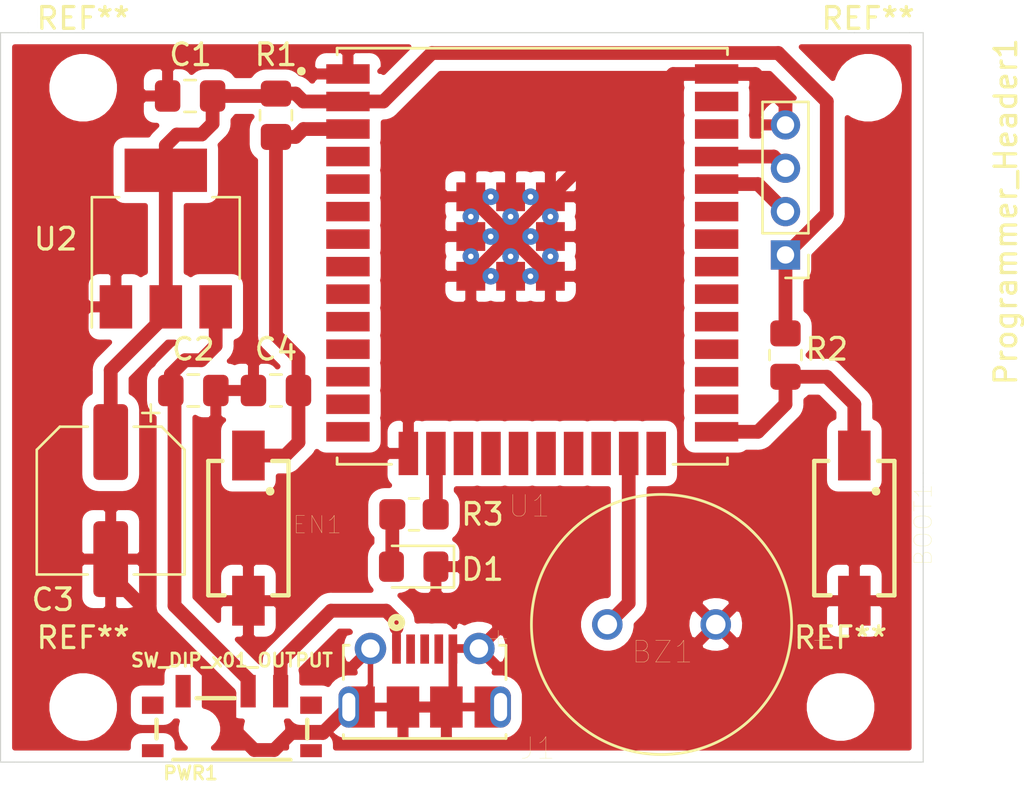
<source format=kicad_pcb>
(kicad_pcb (version 20171130) (host pcbnew "(5.1.9)-1")

  (general
    (thickness 1.6)
    (drawings 14)
    (tracks 96)
    (zones 0)
    (modules 20)
    (nets 42)
  )

  (page A4)
  (layers
    (0 F.Cu signal)
    (31 B.Cu signal)
    (32 B.Adhes user)
    (33 F.Adhes user)
    (34 B.Paste user)
    (35 F.Paste user)
    (36 B.SilkS user)
    (37 F.SilkS user)
    (38 B.Mask user)
    (39 F.Mask user)
    (40 Dwgs.User user)
    (41 Cmts.User user)
    (42 Eco1.User user)
    (43 Eco2.User user)
    (44 Edge.Cuts user)
    (45 Margin user)
    (46 B.CrtYd user)
    (47 F.CrtYd user)
    (48 B.Fab user)
    (49 F.Fab user hide)
  )

  (setup
    (last_trace_width 0.635)
    (user_trace_width 0.254)
    (user_trace_width 0.635)
    (user_trace_width 1.016)
    (trace_clearance 0.2)
    (zone_clearance 0.508)
    (zone_45_only no)
    (trace_min 0.1524)
    (via_size 0.8)
    (via_drill 0.4)
    (via_min_size 0.4)
    (via_min_drill 0.3)
    (uvia_size 0.3)
    (uvia_drill 0.1)
    (uvias_allowed no)
    (uvia_min_size 0.2)
    (uvia_min_drill 0.1)
    (edge_width 0.05)
    (segment_width 0.2)
    (pcb_text_width 0.3)
    (pcb_text_size 1.5 1.5)
    (mod_edge_width 0.12)
    (mod_text_size 1 1)
    (mod_text_width 0.15)
    (pad_size 1.524 1.524)
    (pad_drill 0.762)
    (pad_to_mask_clearance 0)
    (aux_axis_origin 0 0)
    (visible_elements 7FFFFFFF)
    (pcbplotparams
      (layerselection 0x010fc_ffffffff)
      (usegerberextensions false)
      (usegerberattributes true)
      (usegerberadvancedattributes true)
      (creategerberjobfile true)
      (excludeedgelayer true)
      (linewidth 0.100000)
      (plotframeref false)
      (viasonmask false)
      (mode 1)
      (useauxorigin false)
      (hpglpennumber 1)
      (hpglpenspeed 20)
      (hpglpendiameter 15.000000)
      (psnegative false)
      (psa4output false)
      (plotreference true)
      (plotvalue true)
      (plotinvisibletext false)
      (padsonsilk false)
      (subtractmaskfromsilk false)
      (outputformat 1)
      (mirror false)
      (drillshape 1)
      (scaleselection 1)
      (outputdirectory ""))
  )

  (net 0 "")
  (net 1 GND)
  (net 2 "Net-(BOOT1-Pad1)")
  (net 3 VDD33)
  (net 4 "Net-(C2-Pad1)")
  (net 5 "Net-(C4-Pad1)")
  (net 6 "Net-(Programmer_Header1-Pad3)")
  (net 7 "Net-(Programmer_Header1-Pad2)")
  (net 8 "Net-(U1-Pad17)")
  (net 9 "Net-(U1-Pad18)")
  (net 10 "Net-(U1-Pad19)")
  (net 11 "Net-(U1-Pad24)")
  (net 12 "Net-(U1-Pad22)")
  (net 13 "Net-(U1-Pad21)")
  (net 14 "Net-(U1-Pad20)")
  (net 15 "Net-(U1-Pad37)")
  (net 16 "Net-(U1-Pad36)")
  (net 17 "Net-(U1-Pad33)")
  (net 18 "Net-(U1-Pad31)")
  (net 19 "Net-(U1-Pad30)")
  (net 20 "Net-(U1-Pad29)")
  (net 21 "Net-(U1-Pad28)")
  (net 22 "Net-(U1-Pad27)")
  (net 23 "Net-(U1-Pad26)")
  (net 24 "Net-(U1-Pad4)")
  (net 25 "Net-(U1-Pad5)")
  (net 26 "Net-(U1-Pad6)")
  (net 27 "Net-(U1-Pad7)")
  (net 28 "Net-(U1-Pad8)")
  (net 29 "Net-(U1-Pad9)")
  (net 30 "Net-(U1-Pad10)")
  (net 31 "Net-(U1-Pad11)")
  (net 32 "Net-(U1-Pad12)")
  (net 33 "Net-(U1-Pad13)")
  (net 34 "Net-(BZ1-Pad1)")
  (net 35 "Net-(D1-Pad2)")
  (net 36 "Net-(R3-Pad2)")
  (net 37 "Net-(J1-Pad4)")
  (net 38 "Net-(J1-Pad3)")
  (net 39 "Net-(J1-Pad2)")
  (net 40 "Net-(J1-Pad1)")
  (net 41 "Net-(U1-Pad14)")

  (net_class Default "This is the default net class."
    (clearance 0.2)
    (trace_width 0.254)
    (via_dia 0.8)
    (via_drill 0.4)
    (uvia_dia 0.3)
    (uvia_drill 0.1)
    (diff_pair_width 0.254)
    (diff_pair_gap 0.25)
    (add_net GND)
    (add_net "Net-(BOOT1-Pad1)")
    (add_net "Net-(BZ1-Pad1)")
    (add_net "Net-(C2-Pad1)")
    (add_net "Net-(C4-Pad1)")
    (add_net "Net-(D1-Pad2)")
    (add_net "Net-(J1-Pad1)")
    (add_net "Net-(J1-Pad2)")
    (add_net "Net-(J1-Pad3)")
    (add_net "Net-(J1-Pad4)")
    (add_net "Net-(Programmer_Header1-Pad2)")
    (add_net "Net-(Programmer_Header1-Pad3)")
    (add_net "Net-(R3-Pad2)")
    (add_net "Net-(U1-Pad10)")
    (add_net "Net-(U1-Pad11)")
    (add_net "Net-(U1-Pad12)")
    (add_net "Net-(U1-Pad13)")
    (add_net "Net-(U1-Pad14)")
    (add_net "Net-(U1-Pad17)")
    (add_net "Net-(U1-Pad18)")
    (add_net "Net-(U1-Pad19)")
    (add_net "Net-(U1-Pad20)")
    (add_net "Net-(U1-Pad21)")
    (add_net "Net-(U1-Pad22)")
    (add_net "Net-(U1-Pad24)")
    (add_net "Net-(U1-Pad26)")
    (add_net "Net-(U1-Pad27)")
    (add_net "Net-(U1-Pad28)")
    (add_net "Net-(U1-Pad29)")
    (add_net "Net-(U1-Pad30)")
    (add_net "Net-(U1-Pad31)")
    (add_net "Net-(U1-Pad33)")
    (add_net "Net-(U1-Pad36)")
    (add_net "Net-(U1-Pad37)")
    (add_net "Net-(U1-Pad4)")
    (add_net "Net-(U1-Pad5)")
    (add_net "Net-(U1-Pad6)")
    (add_net "Net-(U1-Pad7)")
    (add_net "Net-(U1-Pad8)")
    (add_net "Net-(U1-Pad9)")
    (add_net VDD33)
  )

  (module sparkfun:SWITCH_SPST_SMD_A (layer F.Cu) (tedit 200000) (tstamp 6051B57D)
    (at 126.238 136.906 180)
    (descr "SPDT SLIDE SWITCH - SMD")
    (tags "SPDT SLIDE SWITCH - SMD")
    (path /6044F04F)
    (attr smd)
    (fp_text reference PWR1 (at 1.905 -2.032 180) (layer F.SilkS)
      (effects (font (size 0.6096 0.6096) (thickness 0.127)))
    )
    (fp_text value SW_DIP_x01_OUTPUT (at 0 3.175 180) (layer F.SilkS)
      (effects (font (size 0.6096 0.6096) (thickness 0.127)))
    )
    (fp_line (start -3.34772 -1.29794) (end -3.34772 1.29794) (layer Dwgs.User) (width 0.127))
    (fp_line (start -3.34772 1.29794) (end 3.34772 1.29794) (layer Dwgs.User) (width 0.127))
    (fp_line (start 3.34772 1.29794) (end 3.34772 -1.29794) (layer Dwgs.User) (width 0.127))
    (fp_line (start 3.34772 -1.29794) (end -0.09906 -1.29794) (layer Dwgs.User) (width 0.127))
    (fp_line (start -0.09906 -1.29794) (end -1.39954 -1.29794) (layer Dwgs.User) (width 0.127))
    (fp_line (start -1.39954 -1.29794) (end -3.34772 -1.29794) (layer Dwgs.User) (width 0.127))
    (fp_line (start -0.09906 -1.29794) (end -0.09906 -2.79908) (layer Dwgs.User) (width 0.127))
    (fp_line (start -0.09906 -2.79908) (end -1.39954 -2.79908) (layer Dwgs.User) (width 0.127))
    (fp_line (start -1.39954 -2.79908) (end -1.39954 -1.29794) (layer Dwgs.User) (width 0.127))
    (fp_line (start -3.47472 -0.42672) (end -3.47472 0.42672) (layer F.SilkS) (width 0.2032))
    (fp_line (start 3.47472 -0.42672) (end 3.47472 0.42672) (layer F.SilkS) (width 0.2032))
    (fp_line (start 2.69748 -1.42494) (end -2.69748 -1.42494) (layer F.SilkS) (width 0.2032))
    (fp_line (start 1.6256 1.42494) (end -0.127 1.42494) (layer F.SilkS) (width 0.2032))
    (pad "" np_thru_hole circle (at 1.4986 0 180) (size 0.89916 0.89916) (drill 0.89916) (layers *.Cu *.Mask)
      (solder_mask_margin 0.1016))
    (pad "" np_thru_hole circle (at -1.4986 0 180) (size 0.89916 0.89916) (drill 0.89916) (layers *.Cu *.Mask)
      (solder_mask_margin 0.1016))
    (pad GND4 smd rect (at 3.64998 1.09982 180) (size 0.99822 0.79756) (layers F.Cu F.Paste F.Mask)
      (solder_mask_margin 0.1016))
    (pad GND3 smd rect (at 3.64998 -0.99822 180) (size 0.99822 0.59944) (layers F.Cu F.Paste F.Mask)
      (solder_mask_margin 0.1016))
    (pad GND2 smd rect (at -3.64998 1.09982 180) (size 0.99822 0.79756) (layers F.Cu F.Paste F.Mask)
      (solder_mask_margin 0.1016))
    (pad GND1 smd rect (at -3.64998 -0.99822 180) (size 0.99822 0.59944) (layers F.Cu F.Paste F.Mask)
      (solder_mask_margin 0.1016))
    (pad 3 smd rect (at 2.2479 1.74752) (size 0.6985 1.4986) (layers F.Cu F.Paste F.Mask)
      (solder_mask_margin 0.1016))
    (pad 2 smd rect (at -0.7493 1.74752) (size 0.6985 1.4986) (layers F.Cu F.Paste F.Mask)
      (net 4 "Net-(C2-Pad1)") (solder_mask_margin 0.1016))
    (pad 1 smd rect (at -2.2479 1.74752) (size 0.6985 1.4986) (layers F.Cu F.Paste F.Mask)
      (net 40 "Net-(J1-Pad1)") (solder_mask_margin 0.1016))
  )

  (module 105017-1001:MOLEX_105017-1001 (layer F.Cu) (tedit 6057A47A) (tstamp 60585457)
    (at 135.128 135.89)
    (path /6058A93D)
    (fp_text reference J1 (at 5.207 1.905) (layer F.SilkS)
      (effects (font (size 1.000913 1.000913) (thickness 0.015)))
    )
    (fp_text value 105017-1001 (at 6.55666 3.12053) (layer F.Fab)
      (effects (font (size 1.00178 1.00178) (thickness 0.015)))
    )
    (fp_line (start -3.75 -2.85) (end 3.75 -2.85) (layer F.Fab) (width 0.127))
    (fp_line (start 3.75 -2.85) (end 3.75 2.15) (layer F.Fab) (width 0.127))
    (fp_line (start 3.75 2.15) (end -3.75 2.15) (layer F.Fab) (width 0.127))
    (fp_line (start -3.75 2.15) (end -3.75 1.45) (layer F.Fab) (width 0.127))
    (fp_line (start -3.75 1.45) (end -3.75 -2.85) (layer F.Fab) (width 0.127))
    (fp_line (start -3.75 1.45) (end 8.55 1.45) (layer F.Fab) (width 0.127))
    (fp_line (start -3.75 -1.27) (end -3.75 -2.85) (layer F.SilkS) (width 0.127))
    (fp_line (start -3.75 -2.85) (end -3.479 -2.85) (layer F.SilkS) (width 0.127))
    (fp_line (start 3.75 -1.27) (end 3.75 -2.85) (layer F.SilkS) (width 0.127))
    (fp_line (start 3.75 -2.85) (end 3.479 -2.85) (layer F.SilkS) (width 0.127))
    (fp_line (start -4.225 -3.675) (end -4.225 2.4) (layer F.CrtYd) (width 0.05))
    (fp_line (start -4.225 2.4) (end 4.225 2.4) (layer F.CrtYd) (width 0.05))
    (fp_line (start 4.225 2.4) (end 4.225 -3.675) (layer F.CrtYd) (width 0.05))
    (fp_line (start 4.225 -3.675) (end -4.225 -3.675) (layer F.CrtYd) (width 0.05))
    (fp_poly (pts (xy -3.5 -0.95) (xy -2.3 -0.95) (xy -2.3 0.95) (xy -3.5 0.95)
      (xy -3.52486 0.949349) (xy -3.549651 0.947398) (xy -3.574306 0.944152) (xy -3.598758 0.93962)
      (xy -3.622939 0.933815) (xy -3.646783 0.926752) (xy -3.670225 0.918451) (xy -3.6932 0.908934)
      (xy -3.715645 0.898228) (xy -3.7375 0.886362) (xy -3.758704 0.873369) (xy -3.779198 0.859283)
      (xy -3.798927 0.844144) (xy -3.817837 0.827994) (xy -3.835876 0.810876) (xy -3.852994 0.792837)
      (xy -3.869144 0.773927) (xy -3.884283 0.754198) (xy -3.898369 0.733704) (xy -3.911362 0.7125)
      (xy -3.923228 0.690645) (xy -3.933934 0.6682) (xy -3.943451 0.645225) (xy -3.951752 0.621783)
      (xy -3.958815 0.597939) (xy -3.96462 0.573758) (xy -3.969152 0.549306) (xy -3.972398 0.524651)
      (xy -3.974349 0.49986) (xy -3.975 0.475) (xy -3.975 -0.475) (xy -3.974349 -0.49986)
      (xy -3.972398 -0.524651) (xy -3.969152 -0.549306) (xy -3.96462 -0.573758) (xy -3.958815 -0.597939)
      (xy -3.951752 -0.621783) (xy -3.943451 -0.645225) (xy -3.933934 -0.6682) (xy -3.923228 -0.690645)
      (xy -3.911362 -0.7125) (xy -3.898369 -0.733704) (xy -3.884283 -0.754198) (xy -3.869144 -0.773927)
      (xy -3.852994 -0.792837) (xy -3.835876 -0.810876) (xy -3.817837 -0.827994) (xy -3.798927 -0.844144)
      (xy -3.779198 -0.859283) (xy -3.758704 -0.873369) (xy -3.7375 -0.886362) (xy -3.715645 -0.898228)
      (xy -3.6932 -0.908934) (xy -3.670225 -0.918451) (xy -3.646783 -0.926752) (xy -3.622939 -0.933815)
      (xy -3.598758 -0.93962) (xy -3.574306 -0.944152) (xy -3.549651 -0.947398) (xy -3.52486 -0.949349)
      (xy -3.5 -0.95)) (layer F.Cu) (width 0.0001))
    (fp_poly (pts (xy -3.5 -0.95) (xy -2.3 -0.95) (xy -2.3 0.95) (xy -3.5 0.95)
      (xy -3.52486 0.949349) (xy -3.549651 0.947398) (xy -3.574306 0.944152) (xy -3.598758 0.93962)
      (xy -3.622939 0.933815) (xy -3.646783 0.926752) (xy -3.670225 0.918451) (xy -3.6932 0.908934)
      (xy -3.715645 0.898228) (xy -3.7375 0.886362) (xy -3.758704 0.873369) (xy -3.779198 0.859283)
      (xy -3.798927 0.844144) (xy -3.817837 0.827994) (xy -3.835876 0.810876) (xy -3.852994 0.792837)
      (xy -3.869144 0.773927) (xy -3.884283 0.754198) (xy -3.898369 0.733704) (xy -3.911362 0.7125)
      (xy -3.923228 0.690645) (xy -3.933934 0.6682) (xy -3.943451 0.645225) (xy -3.951752 0.621783)
      (xy -3.958815 0.597939) (xy -3.96462 0.573758) (xy -3.969152 0.549306) (xy -3.972398 0.524651)
      (xy -3.974349 0.49986) (xy -3.975 0.475) (xy -3.975 -0.475) (xy -3.974349 -0.49986)
      (xy -3.972398 -0.524651) (xy -3.969152 -0.549306) (xy -3.96462 -0.573758) (xy -3.958815 -0.597939)
      (xy -3.951752 -0.621783) (xy -3.943451 -0.645225) (xy -3.933934 -0.6682) (xy -3.923228 -0.690645)
      (xy -3.911362 -0.7125) (xy -3.898369 -0.733704) (xy -3.884283 -0.754198) (xy -3.869144 -0.773927)
      (xy -3.852994 -0.792837) (xy -3.835876 -0.810876) (xy -3.817837 -0.827994) (xy -3.798927 -0.844144)
      (xy -3.779198 -0.859283) (xy -3.758704 -0.873369) (xy -3.7375 -0.886362) (xy -3.715645 -0.898228)
      (xy -3.6932 -0.908934) (xy -3.670225 -0.918451) (xy -3.646783 -0.926752) (xy -3.622939 -0.933815)
      (xy -3.598758 -0.93962) (xy -3.574306 -0.944152) (xy -3.549651 -0.947398) (xy -3.52486 -0.949349)
      (xy -3.5 -0.95)) (layer F.Paste) (width 0.0001))
    (fp_poly (pts (xy 3.5 -0.95) (xy 2.3 -0.95) (xy 2.3 0.95) (xy 3.5 0.95)
      (xy 3.52486 0.949349) (xy 3.549651 0.947398) (xy 3.574306 0.944152) (xy 3.598758 0.93962)
      (xy 3.622939 0.933815) (xy 3.646783 0.926752) (xy 3.670225 0.918451) (xy 3.6932 0.908934)
      (xy 3.715645 0.898228) (xy 3.7375 0.886362) (xy 3.758704 0.873369) (xy 3.779198 0.859283)
      (xy 3.798927 0.844144) (xy 3.817837 0.827994) (xy 3.835876 0.810876) (xy 3.852994 0.792837)
      (xy 3.869144 0.773927) (xy 3.884283 0.754198) (xy 3.898369 0.733704) (xy 3.911362 0.7125)
      (xy 3.923228 0.690645) (xy 3.933934 0.6682) (xy 3.943451 0.645225) (xy 3.951752 0.621783)
      (xy 3.958815 0.597939) (xy 3.96462 0.573758) (xy 3.969152 0.549306) (xy 3.972398 0.524651)
      (xy 3.974349 0.49986) (xy 3.975 0.475) (xy 3.975 -0.475) (xy 3.974349 -0.49986)
      (xy 3.972398 -0.524651) (xy 3.969152 -0.549306) (xy 3.96462 -0.573758) (xy 3.958815 -0.597939)
      (xy 3.951752 -0.621783) (xy 3.943451 -0.645225) (xy 3.933934 -0.6682) (xy 3.923228 -0.690645)
      (xy 3.911362 -0.7125) (xy 3.898369 -0.733704) (xy 3.884283 -0.754198) (xy 3.869144 -0.773927)
      (xy 3.852994 -0.792837) (xy 3.835876 -0.810876) (xy 3.817837 -0.827994) (xy 3.798927 -0.844144)
      (xy 3.779198 -0.859283) (xy 3.758704 -0.873369) (xy 3.7375 -0.886362) (xy 3.715645 -0.898228)
      (xy 3.6932 -0.908934) (xy 3.670225 -0.918451) (xy 3.646783 -0.926752) (xy 3.622939 -0.933815)
      (xy 3.598758 -0.93962) (xy 3.574306 -0.944152) (xy 3.549651 -0.947398) (xy 3.52486 -0.949349)
      (xy 3.5 -0.95)) (layer F.Cu) (width 0.0001))
    (fp_poly (pts (xy 3.5 -0.95) (xy 2.3 -0.95) (xy 2.3 0.95) (xy 3.5 0.95)
      (xy 3.52486 0.949349) (xy 3.549651 0.947398) (xy 3.574306 0.944152) (xy 3.598758 0.93962)
      (xy 3.622939 0.933815) (xy 3.646783 0.926752) (xy 3.670225 0.918451) (xy 3.6932 0.908934)
      (xy 3.715645 0.898228) (xy 3.7375 0.886362) (xy 3.758704 0.873369) (xy 3.779198 0.859283)
      (xy 3.798927 0.844144) (xy 3.817837 0.827994) (xy 3.835876 0.810876) (xy 3.852994 0.792837)
      (xy 3.869144 0.773927) (xy 3.884283 0.754198) (xy 3.898369 0.733704) (xy 3.911362 0.7125)
      (xy 3.923228 0.690645) (xy 3.933934 0.6682) (xy 3.943451 0.645225) (xy 3.951752 0.621783)
      (xy 3.958815 0.597939) (xy 3.96462 0.573758) (xy 3.969152 0.549306) (xy 3.972398 0.524651)
      (xy 3.974349 0.49986) (xy 3.975 0.475) (xy 3.975 -0.475) (xy 3.974349 -0.49986)
      (xy 3.972398 -0.524651) (xy 3.969152 -0.549306) (xy 3.96462 -0.573758) (xy 3.958815 -0.597939)
      (xy 3.951752 -0.621783) (xy 3.943451 -0.645225) (xy 3.933934 -0.6682) (xy 3.923228 -0.690645)
      (xy 3.911362 -0.7125) (xy 3.898369 -0.733704) (xy 3.884283 -0.754198) (xy 3.869144 -0.773927)
      (xy 3.852994 -0.792837) (xy 3.835876 -0.810876) (xy 3.817837 -0.827994) (xy 3.798927 -0.844144)
      (xy 3.779198 -0.859283) (xy 3.758704 -0.873369) (xy 3.7375 -0.886362) (xy 3.715645 -0.898228)
      (xy 3.6932 -0.908934) (xy 3.670225 -0.918451) (xy 3.646783 -0.926752) (xy 3.622939 -0.933815)
      (xy 3.598758 -0.93962) (xy 3.574306 -0.944152) (xy 3.549651 -0.947398) (xy 3.52486 -0.949349)
      (xy 3.5 -0.95)) (layer F.Paste) (width 0.0001))
    (fp_circle (center -1.3 -3.9) (end -1.2 -3.9) (layer F.Fab) (width 0.3))
    (fp_circle (center -1.3 -3.9) (end -1.2 -3.9) (layer F.SilkS) (width 0.3))
    (fp_line (start -3.75 1.27) (end -3.75 1.45) (layer F.SilkS) (width 0.127))
    (fp_line (start -3.75 1.45) (end 3.75 1.45) (layer F.SilkS) (width 0.127))
    (fp_line (start 3.75 1.45) (end 3.75 1.27) (layer F.SilkS) (width 0.127))
    (fp_poly (pts (xy -3.5 -1.05) (xy -2.2 -1.05) (xy -2.2 1.05) (xy -3.5 1.05)
      (xy -3.530093 1.049212) (xy -3.560104 1.04685) (xy -3.58995 1.042921) (xy -3.619549 1.037435)
      (xy -3.648821 1.030407) (xy -3.677685 1.021857) (xy -3.706062 1.011809) (xy -3.733874 1.000289)
      (xy -3.761045 0.987329) (xy -3.7875 0.972965) (xy -3.813167 0.957236) (xy -3.837977 0.940185)
      (xy -3.861859 0.921859) (xy -3.88475 0.902308) (xy -3.906586 0.881586) (xy -3.927308 0.85975)
      (xy -3.946859 0.836859) (xy -3.965185 0.812977) (xy -3.982236 0.788167) (xy -3.997965 0.7625)
      (xy -4.012329 0.736045) (xy -4.025289 0.708874) (xy -4.036809 0.681062) (xy -4.046857 0.652685)
      (xy -4.055407 0.623821) (xy -4.062435 0.594549) (xy -4.067921 0.56495) (xy -4.07185 0.535104)
      (xy -4.074212 0.505093) (xy -4.075 0.475) (xy -4.075 -0.475) (xy -4.074212 -0.505093)
      (xy -4.07185 -0.535104) (xy -4.067921 -0.56495) (xy -4.062435 -0.594549) (xy -4.055407 -0.623821)
      (xy -4.046857 -0.652685) (xy -4.036809 -0.681062) (xy -4.025289 -0.708874) (xy -4.012329 -0.736045)
      (xy -3.997965 -0.7625) (xy -3.982236 -0.788167) (xy -3.965185 -0.812977) (xy -3.946859 -0.836859)
      (xy -3.927308 -0.85975) (xy -3.906586 -0.881586) (xy -3.88475 -0.902308) (xy -3.861859 -0.921859)
      (xy -3.837977 -0.940185) (xy -3.813167 -0.957236) (xy -3.7875 -0.972965) (xy -3.761045 -0.987329)
      (xy -3.733874 -1.000289) (xy -3.706062 -1.011809) (xy -3.677685 -1.021857) (xy -3.648821 -1.030407)
      (xy -3.619549 -1.037435) (xy -3.58995 -1.042921) (xy -3.560104 -1.04685) (xy -3.530093 -1.049212)
      (xy -3.5 -1.05)) (layer F.Mask) (width 0.0001))
    (fp_poly (pts (xy 3.5 -1.05) (xy 2.2 -1.05) (xy 2.2 1.05) (xy 3.5 1.05)
      (xy 3.530093 1.049212) (xy 3.560104 1.04685) (xy 3.58995 1.042921) (xy 3.619549 1.037435)
      (xy 3.648821 1.030407) (xy 3.677685 1.021857) (xy 3.706062 1.011809) (xy 3.733874 1.000289)
      (xy 3.761045 0.987329) (xy 3.7875 0.972965) (xy 3.813167 0.957236) (xy 3.837977 0.940185)
      (xy 3.861859 0.921859) (xy 3.88475 0.902308) (xy 3.906586 0.881586) (xy 3.927308 0.85975)
      (xy 3.946859 0.836859) (xy 3.965185 0.812977) (xy 3.982236 0.788167) (xy 3.997965 0.7625)
      (xy 4.012329 0.736045) (xy 4.025289 0.708874) (xy 4.036809 0.681062) (xy 4.046857 0.652685)
      (xy 4.055407 0.623821) (xy 4.062435 0.594549) (xy 4.067921 0.56495) (xy 4.07185 0.535104)
      (xy 4.074212 0.505093) (xy 4.075 0.475) (xy 4.075 -0.475) (xy 4.074212 -0.505093)
      (xy 4.07185 -0.535104) (xy 4.067921 -0.56495) (xy 4.062435 -0.594549) (xy 4.055407 -0.623821)
      (xy 4.046857 -0.652685) (xy 4.036809 -0.681062) (xy 4.025289 -0.708874) (xy 4.012329 -0.736045)
      (xy 3.997965 -0.7625) (xy 3.982236 -0.788167) (xy 3.965185 -0.812977) (xy 3.946859 -0.836859)
      (xy 3.927308 -0.85975) (xy 3.906586 -0.881586) (xy 3.88475 -0.902308) (xy 3.861859 -0.921859)
      (xy 3.837977 -0.940185) (xy 3.813167 -0.957236) (xy 3.7875 -0.972965) (xy 3.761045 -0.987329)
      (xy 3.733874 -1.000289) (xy 3.706062 -1.011809) (xy 3.677685 -1.021857) (xy 3.648821 -1.030407)
      (xy 3.619549 -1.037435) (xy 3.58995 -1.042921) (xy 3.560104 -1.04685) (xy 3.530093 -1.049212)
      (xy 3.5 -1.05)) (layer F.Mask) (width 0.0001))
    (fp_text user PCB~EDGE (at 4.25346 2.25183) (layer F.Fab)
      (effects (font (size 0.472824 0.472824) (thickness 0.015)))
    )
    (pad 5 smd rect (at 1.3 -2.675) (size 0.4 1.35) (layers F.Cu F.Paste F.Mask)
      (net 1 GND))
    (pad 4 smd rect (at 0.65 -2.675) (size 0.4 1.35) (layers F.Cu F.Paste F.Mask)
      (net 37 "Net-(J1-Pad4)"))
    (pad 3 smd rect (at 0 -2.675) (size 0.4 1.35) (layers F.Cu F.Paste F.Mask)
      (net 38 "Net-(J1-Pad3)"))
    (pad 2 smd rect (at -0.65 -2.675) (size 0.4 1.35) (layers F.Cu F.Paste F.Mask)
      (net 39 "Net-(J1-Pad2)"))
    (pad 1 smd rect (at -1.3 -2.675) (size 0.4 1.35) (layers F.Cu F.Paste F.Mask)
      (net 40 "Net-(J1-Pad1)"))
    (pad S4 thru_hole circle (at 2.5 -2.7) (size 1.45 1.45) (drill 0.85) (layers *.Cu *.Mask)
      (net 1 GND))
    (pad S3 thru_hole circle (at -2.5 -2.7) (size 1.45 1.45) (drill 0.85) (layers *.Cu *.Mask)
      (net 1 GND))
    (pad S6 smd rect (at 1 0) (size 1.5 1.9) (layers F.Cu F.Paste F.Mask)
      (net 1 GND))
    (pad S5 smd rect (at -1 0) (size 1.5 1.9) (layers F.Cu F.Paste F.Mask)
      (net 1 GND))
    (pad S2 thru_hole oval (at 3.5 0) (size 0.95 1.9) (drill oval 0.6 1.3) (layers *.Cu)
      (net 1 GND))
    (pad S1 thru_hole oval (at -3.5 0) (size 0.95 1.9) (drill oval 0.6 1.3) (layers *.Cu)
      (net 1 GND))
  )

  (module 434111043826:434111043826 (layer F.Cu) (tedit 605798B9) (tstamp 6051B337)
    (at 127 127.635 270)
    (descr "<B>WS-TASV</B><BR>6x3.5 mm SMD Tact Switch, 2 pins")
    (path /6044544A)
    (fp_text reference EN1 (at -0.1556 -3.1769 180) (layer F.SilkS)
      (effects (font (size 0.8 0.8) (thickness 0.015)))
    )
    (fp_text value SW_DIP_x01 (at 3.0404 2.769 90) (layer F.Fab)
      (effects (font (size 0.8 0.8) (thickness 0.015)))
    )
    (fp_line (start -3 1.75) (end 3 1.75) (layer F.Fab) (width 0.1))
    (fp_line (start 3 1.75) (end 3 -1.75) (layer F.Fab) (width 0.1))
    (fp_line (start 3 -1.75) (end -3 -1.75) (layer F.Fab) (width 0.1))
    (fp_line (start -3 -1.75) (end -3 1.75) (layer F.Fab) (width 0.1))
    (fp_line (start -3.1 -1.1) (end -3.1 -1.85) (layer F.SilkS) (width 0.2))
    (fp_line (start -3.1 -1.85) (end 3.1 -1.85) (layer F.SilkS) (width 0.2))
    (fp_line (start 3.1 -1.85) (end 3.1 -1.1) (layer F.SilkS) (width 0.2))
    (fp_line (start -3.1 1.2) (end -3.1 1.85) (layer F.SilkS) (width 0.2))
    (fp_line (start -3.1 1.85) (end 3.1 1.85) (layer F.SilkS) (width 0.2))
    (fp_line (start 3.1 1.85) (end 3.1 1.1) (layer F.SilkS) (width 0.2))
    (fp_poly (pts (xy -4.7 -2.05) (xy 4.7 -2.05) (xy 4.7 2.05) (xy -4.7 2.05)) (layer F.CrtYd) (width 0.1))
    (fp_circle (center -1.7 -1) (end -1.6 -1) (layer F.SilkS) (width 0.2))
    (pad 2 smd rect (at 3.35 0 270) (size 2.3 1.5) (layers F.Cu F.Paste F.Mask)
      (net 1 GND))
    (pad 1 smd rect (at -3.35 0 270) (size 2.3 1.5) (layers F.Cu F.Paste F.Mask)
      (net 5 "Net-(C4-Pad1)"))
  )

  (module 434111043826:434111043826 (layer F.Cu) (tedit 605798B9) (tstamp 6058C6A0)
    (at 154.94 127.635 270)
    (descr "<B>WS-TASV</B><BR>6x3.5 mm SMD Tact Switch, 2 pins")
    (path /60452495)
    (fp_text reference BOOT1 (at -0.1556 -3.1769 90) (layer F.SilkS)
      (effects (font (size 0.8 0.8) (thickness 0.015)))
    )
    (fp_text value SW_DIP_x01 (at 3.0404 2.769 90) (layer F.Fab)
      (effects (font (size 0.8 0.8) (thickness 0.015)))
    )
    (fp_circle (center -1.7 -1) (end -1.6 -1) (layer F.SilkS) (width 0.2))
    (fp_poly (pts (xy -4.7 -2.05) (xy 4.7 -2.05) (xy 4.7 2.05) (xy -4.7 2.05)) (layer F.CrtYd) (width 0.1))
    (fp_line (start 3.1 1.85) (end 3.1 1.1) (layer F.SilkS) (width 0.2))
    (fp_line (start -3.1 1.85) (end 3.1 1.85) (layer F.SilkS) (width 0.2))
    (fp_line (start -3.1 1.2) (end -3.1 1.85) (layer F.SilkS) (width 0.2))
    (fp_line (start 3.1 -1.85) (end 3.1 -1.1) (layer F.SilkS) (width 0.2))
    (fp_line (start -3.1 -1.85) (end 3.1 -1.85) (layer F.SilkS) (width 0.2))
    (fp_line (start -3.1 -1.1) (end -3.1 -1.85) (layer F.SilkS) (width 0.2))
    (fp_line (start -3 -1.75) (end -3 1.75) (layer F.Fab) (width 0.1))
    (fp_line (start 3 -1.75) (end -3 -1.75) (layer F.Fab) (width 0.1))
    (fp_line (start 3 1.75) (end 3 -1.75) (layer F.Fab) (width 0.1))
    (fp_line (start -3 1.75) (end 3 1.75) (layer F.Fab) (width 0.1))
    (pad 1 smd rect (at -3.35 0 270) (size 2.3 1.5) (layers F.Cu F.Paste F.Mask)
      (net 2 "Net-(BOOT1-Pad1)"))
    (pad 2 smd rect (at 3.35 0 270) (size 2.3 1.5) (layers F.Cu F.Paste F.Mask)
      (net 1 GND))
  )

  (module MountingHole:MountingHole_2.1mm (layer F.Cu) (tedit 5B924765) (tstamp 605328AA)
    (at 154.305 135.89)
    (descr "Mounting Hole 2.1mm, no annular")
    (tags "mounting hole 2.1mm no annular")
    (attr virtual)
    (fp_text reference REF** (at 0 -3.2) (layer F.SilkS)
      (effects (font (size 1 1) (thickness 0.15)))
    )
    (fp_text value MountingHole_2.1mm (at 0 3.2) (layer F.Fab)
      (effects (font (size 1 1) (thickness 0.15)))
    )
    (fp_circle (center 0 0) (end 2.1 0) (layer Cmts.User) (width 0.15))
    (fp_circle (center 0 0) (end 2.35 0) (layer F.CrtYd) (width 0.05))
    (fp_text user %R (at 0.3 0) (layer F.Fab)
      (effects (font (size 1 1) (thickness 0.15)))
    )
    (pad "" np_thru_hole circle (at 0 0) (size 2.1 2.1) (drill 2.1) (layers *.Cu *.Mask))
  )

  (module MountingHole:MountingHole_2.1mm (layer F.Cu) (tedit 5B924765) (tstamp 60532886)
    (at 119.38 107.315)
    (descr "Mounting Hole 2.1mm, no annular")
    (tags "mounting hole 2.1mm no annular")
    (attr virtual)
    (fp_text reference REF** (at 0 -3.2) (layer F.SilkS)
      (effects (font (size 1 1) (thickness 0.15)))
    )
    (fp_text value MountingHole_2.1mm (at 0 3.2) (layer F.Fab)
      (effects (font (size 1 1) (thickness 0.15)))
    )
    (fp_circle (center 0 0) (end 2.1 0) (layer Cmts.User) (width 0.15))
    (fp_circle (center 0 0) (end 2.35 0) (layer F.CrtYd) (width 0.05))
    (fp_text user %R (at 0.3 0) (layer F.Fab)
      (effects (font (size 1 1) (thickness 0.15)))
    )
    (pad "" np_thru_hole circle (at 0 0) (size 2.1 2.1) (drill 2.1) (layers *.Cu *.Mask))
  )

  (module MountingHole:MountingHole_2.1mm (layer F.Cu) (tedit 5B924765) (tstamp 60532862)
    (at 155.575 107.315)
    (descr "Mounting Hole 2.1mm, no annular")
    (tags "mounting hole 2.1mm no annular")
    (attr virtual)
    (fp_text reference REF** (at 0 -3.2) (layer F.SilkS)
      (effects (font (size 1 1) (thickness 0.15)))
    )
    (fp_text value MountingHole_2.1mm (at 0 3.2) (layer F.Fab)
      (effects (font (size 1 1) (thickness 0.15)))
    )
    (fp_circle (center 0 0) (end 2.1 0) (layer Cmts.User) (width 0.15))
    (fp_circle (center 0 0) (end 2.35 0) (layer F.CrtYd) (width 0.05))
    (fp_text user %R (at 0.3 0) (layer F.Fab)
      (effects (font (size 1 1) (thickness 0.15)))
    )
    (pad "" np_thru_hole circle (at 0 0) (size 2.1 2.1) (drill 2.1) (layers *.Cu *.Mask))
  )

  (module MountingHole:MountingHole_2.1mm (layer F.Cu) (tedit 5B924765) (tstamp 6053283E)
    (at 119.38 135.89)
    (descr "Mounting Hole 2.1mm, no annular")
    (tags "mounting hole 2.1mm no annular")
    (attr virtual)
    (fp_text reference REF** (at 0 -3.2) (layer F.SilkS)
      (effects (font (size 1 1) (thickness 0.15)))
    )
    (fp_text value MountingHole_2.1mm (at 0 3.2) (layer F.Fab)
      (effects (font (size 1 1) (thickness 0.15)))
    )
    (fp_circle (center 0 0) (end 2.1 0) (layer Cmts.User) (width 0.15))
    (fp_circle (center 0 0) (end 2.35 0) (layer F.CrtYd) (width 0.05))
    (fp_text user %R (at 0.3 0) (layer F.Fab)
      (effects (font (size 1 1) (thickness 0.15)))
    )
    (pad "" np_thru_hole circle (at 0 0) (size 2.1 2.1) (drill 2.1) (layers *.Cu *.Mask))
  )

  (module Resistor_SMD:R_0805_2012Metric_Pad1.20x1.40mm_HandSolder (layer F.Cu) (tedit 5F68FEEE) (tstamp 60587CC9)
    (at 134.636 127)
    (descr "Resistor SMD 0805 (2012 Metric), square (rectangular) end terminal, IPC_7351 nominal with elongated pad for handsoldering. (Body size source: IPC-SM-782 page 72, https://www.pcb-3d.com/wordpress/wp-content/uploads/ipc-sm-782a_amendment_1_and_2.pdf), generated with kicad-footprint-generator")
    (tags "resistor handsolder")
    (path /6053C92B)
    (attr smd)
    (fp_text reference R3 (at 3.159 0) (layer F.SilkS)
      (effects (font (size 1 1) (thickness 0.15)))
    )
    (fp_text value TBD (at 0 1.65) (layer F.Fab)
      (effects (font (size 1 1) (thickness 0.15)))
    )
    (fp_line (start -1 0.625) (end -1 -0.625) (layer F.Fab) (width 0.1))
    (fp_line (start -1 -0.625) (end 1 -0.625) (layer F.Fab) (width 0.1))
    (fp_line (start 1 -0.625) (end 1 0.625) (layer F.Fab) (width 0.1))
    (fp_line (start 1 0.625) (end -1 0.625) (layer F.Fab) (width 0.1))
    (fp_line (start -0.227064 -0.735) (end 0.227064 -0.735) (layer F.SilkS) (width 0.12))
    (fp_line (start -0.227064 0.735) (end 0.227064 0.735) (layer F.SilkS) (width 0.12))
    (fp_line (start -1.85 0.95) (end -1.85 -0.95) (layer F.CrtYd) (width 0.05))
    (fp_line (start -1.85 -0.95) (end 1.85 -0.95) (layer F.CrtYd) (width 0.05))
    (fp_line (start 1.85 -0.95) (end 1.85 0.95) (layer F.CrtYd) (width 0.05))
    (fp_line (start 1.85 0.95) (end -1.85 0.95) (layer F.CrtYd) (width 0.05))
    (fp_text user %R (at 0 0) (layer F.Fab)
      (effects (font (size 0.5 0.5) (thickness 0.08)))
    )
    (pad 2 smd roundrect (at 1 0) (size 1.2 1.4) (layers F.Cu F.Paste F.Mask) (roundrect_rratio 0.208333)
      (net 36 "Net-(R3-Pad2)"))
    (pad 1 smd roundrect (at -1 0) (size 1.2 1.4) (layers F.Cu F.Paste F.Mask) (roundrect_rratio 0.208333)
      (net 35 "Net-(D1-Pad2)"))
    (model ${KISYS3DMOD}/Resistor_SMD.3dshapes/R_0805_2012Metric.wrl
      (at (xyz 0 0 0))
      (scale (xyz 1 1 1))
      (rotate (xyz 0 0 0))
    )
  )

  (module LED_SMD:LED_0805_2012Metric_Pad1.15x1.40mm_HandSolder (layer F.Cu) (tedit 5F68FEF1) (tstamp 605306D3)
    (at 134.62 129.413 180)
    (descr "LED SMD 0805 (2012 Metric), square (rectangular) end terminal, IPC_7351 nominal, (Body size source: https://docs.google.com/spreadsheets/d/1BsfQQcO9C6DZCsRaXUlFlo91Tg2WpOkGARC1WS5S8t0/edit?usp=sharing), generated with kicad-footprint-generator")
    (tags "LED handsolder")
    (path /6053D592)
    (attr smd)
    (fp_text reference D1 (at -3.175 -0.127) (layer F.SilkS)
      (effects (font (size 1 1) (thickness 0.15)))
    )
    (fp_text value LED (at 0 1.65) (layer F.Fab)
      (effects (font (size 1 1) (thickness 0.15)))
    )
    (fp_line (start 1 -0.6) (end -0.7 -0.6) (layer F.Fab) (width 0.1))
    (fp_line (start -0.7 -0.6) (end -1 -0.3) (layer F.Fab) (width 0.1))
    (fp_line (start -1 -0.3) (end -1 0.6) (layer F.Fab) (width 0.1))
    (fp_line (start -1 0.6) (end 1 0.6) (layer F.Fab) (width 0.1))
    (fp_line (start 1 0.6) (end 1 -0.6) (layer F.Fab) (width 0.1))
    (fp_line (start 1 -0.96) (end -1.86 -0.96) (layer F.SilkS) (width 0.12))
    (fp_line (start -1.86 -0.96) (end -1.86 0.96) (layer F.SilkS) (width 0.12))
    (fp_line (start -1.86 0.96) (end 1 0.96) (layer F.SilkS) (width 0.12))
    (fp_line (start -1.85 0.95) (end -1.85 -0.95) (layer F.CrtYd) (width 0.05))
    (fp_line (start -1.85 -0.95) (end 1.85 -0.95) (layer F.CrtYd) (width 0.05))
    (fp_line (start 1.85 -0.95) (end 1.85 0.95) (layer F.CrtYd) (width 0.05))
    (fp_line (start 1.85 0.95) (end -1.85 0.95) (layer F.CrtYd) (width 0.05))
    (fp_text user %R (at 0 0) (layer F.Fab)
      (effects (font (size 0.5 0.5) (thickness 0.08)))
    )
    (pad 2 smd roundrect (at 1.025 0 180) (size 1.15 1.4) (layers F.Cu F.Paste F.Mask) (roundrect_rratio 0.217391)
      (net 35 "Net-(D1-Pad2)"))
    (pad 1 smd roundrect (at -1.025 0 180) (size 1.15 1.4) (layers F.Cu F.Paste F.Mask) (roundrect_rratio 0.217391)
      (net 1 GND))
    (model ${KISYS3DMOD}/LED_SMD.3dshapes/LED_0805_2012Metric.wrl
      (at (xyz 0 0 0))
      (scale (xyz 1 1 1))
      (rotate (xyz 0 0 0))
    )
  )

  (module CPT-1255C-090:CUI_CPT-1255C-090 (layer F.Cu) (tedit 6052568B) (tstamp 60530612)
    (at 146.05 132.08)
    (path /6052D7F8)
    (fp_text reference BZ1 (at 0.04 1.27) (layer F.SilkS)
      (effects (font (size 1.001331 1.001331) (thickness 0.015)))
    )
    (fp_text value Buzzer (at 7.43226 7.40213) (layer F.Fab)
      (effects (font (size 1.005039 1.005039) (thickness 0.015)))
    )
    (fp_circle (center 0 0) (end 6.25 0) (layer F.CrtYd) (width 0.05))
    (fp_circle (center 0 0) (end 6 0) (layer F.Fab) (width 0.127))
    (fp_circle (center 0 0) (end 6 0) (layer F.SilkS) (width 0.127))
    (fp_text user - (at 7.43335 0.655692) (layer F.SilkS)
      (effects (font (size 1.002362 1.002362) (thickness 0.015)))
    )
    (fp_text user + (at -7.52444 0.571858) (layer F.SilkS)
      (effects (font (size 1.00326 1.00326) (thickness 0.015)))
    )
    (pad 2 thru_hole circle (at 2.5 0) (size 1.408 1.408) (drill 0.9) (layers *.Cu *.Mask)
      (net 1 GND))
    (pad 1 thru_hole circle (at -2.5 0) (size 1.408 1.408) (drill 0.9) (layers *.Cu *.Mask)
      (net 34 "Net-(BZ1-Pad1)"))
  )

  (module Capacitor_SMD:C_0805_2012Metric_Pad1.18x1.45mm_HandSolder (layer F.Cu) (tedit 5F68FEEF) (tstamp 604586E8)
    (at 128.27 121.285 180)
    (descr "Capacitor SMD 0805 (2012 Metric), square (rectangular) end terminal, IPC_7351 nominal with elongated pad for handsoldering. (Body size source: IPC-SM-782 page 76, https://www.pcb-3d.com/wordpress/wp-content/uploads/ipc-sm-782a_amendment_1_and_2.pdf, https://docs.google.com/spreadsheets/d/1BsfQQcO9C6DZCsRaXUlFlo91Tg2WpOkGARC1WS5S8t0/edit?usp=sharing), generated with kicad-footprint-generator")
    (tags "capacitor handsolder")
    (path /6046AB3A)
    (attr smd)
    (fp_text reference C4 (at 0 1.905) (layer F.SilkS)
      (effects (font (size 1 1) (thickness 0.15)))
    )
    (fp_text value 1u (at 0 1.68) (layer F.Fab)
      (effects (font (size 1 1) (thickness 0.15)))
    )
    (fp_line (start 1.88 0.98) (end -1.88 0.98) (layer F.CrtYd) (width 0.05))
    (fp_line (start 1.88 -0.98) (end 1.88 0.98) (layer F.CrtYd) (width 0.05))
    (fp_line (start -1.88 -0.98) (end 1.88 -0.98) (layer F.CrtYd) (width 0.05))
    (fp_line (start -1.88 0.98) (end -1.88 -0.98) (layer F.CrtYd) (width 0.05))
    (fp_line (start -0.261252 0.735) (end 0.261252 0.735) (layer F.SilkS) (width 0.12))
    (fp_line (start -0.261252 -0.735) (end 0.261252 -0.735) (layer F.SilkS) (width 0.12))
    (fp_line (start 1 0.625) (end -1 0.625) (layer F.Fab) (width 0.1))
    (fp_line (start 1 -0.625) (end 1 0.625) (layer F.Fab) (width 0.1))
    (fp_line (start -1 -0.625) (end 1 -0.625) (layer F.Fab) (width 0.1))
    (fp_line (start -1 0.625) (end -1 -0.625) (layer F.Fab) (width 0.1))
    (fp_text user %R (at 0 0) (layer F.Fab)
      (effects (font (size 0.5 0.5) (thickness 0.08)))
    )
    (pad 1 smd roundrect (at -1.0375 0 180) (size 1.175 1.45) (layers F.Cu F.Paste F.Mask) (roundrect_rratio 0.212766)
      (net 5 "Net-(C4-Pad1)"))
    (pad 2 smd roundrect (at 1.0375 0 180) (size 1.175 1.45) (layers F.Cu F.Paste F.Mask) (roundrect_rratio 0.212766)
      (net 1 GND))
    (model ${KISYS3DMOD}/Capacitor_SMD.3dshapes/C_0805_2012Metric.wrl
      (at (xyz 0 0 0))
      (scale (xyz 1 1 1))
      (rotate (xyz 0 0 0))
    )
  )

  (module Resistor_SMD:R_0805_2012Metric_Pad1.20x1.40mm_HandSolder (layer F.Cu) (tedit 5F68FEEE) (tstamp 60517433)
    (at 151.765 119.65 270)
    (descr "Resistor SMD 0805 (2012 Metric), square (rectangular) end terminal, IPC_7351 nominal with elongated pad for handsoldering. (Body size source: IPC-SM-782 page 72, https://www.pcb-3d.com/wordpress/wp-content/uploads/ipc-sm-782a_amendment_1_and_2.pdf), generated with kicad-footprint-generator")
    (tags "resistor handsolder")
    (path /60511A7D)
    (attr smd)
    (fp_text reference R2 (at -0.27 -1.905 180) (layer F.SilkS)
      (effects (font (size 1 1) (thickness 0.15)))
    )
    (fp_text value 10k (at 0 1.65 90) (layer F.Fab)
      (effects (font (size 1 1) (thickness 0.15)))
    )
    (fp_line (start -1 0.625) (end -1 -0.625) (layer F.Fab) (width 0.1))
    (fp_line (start -1 -0.625) (end 1 -0.625) (layer F.Fab) (width 0.1))
    (fp_line (start 1 -0.625) (end 1 0.625) (layer F.Fab) (width 0.1))
    (fp_line (start 1 0.625) (end -1 0.625) (layer F.Fab) (width 0.1))
    (fp_line (start -0.227064 -0.735) (end 0.227064 -0.735) (layer F.SilkS) (width 0.12))
    (fp_line (start -0.227064 0.735) (end 0.227064 0.735) (layer F.SilkS) (width 0.12))
    (fp_line (start -1.85 0.95) (end -1.85 -0.95) (layer F.CrtYd) (width 0.05))
    (fp_line (start -1.85 -0.95) (end 1.85 -0.95) (layer F.CrtYd) (width 0.05))
    (fp_line (start 1.85 -0.95) (end 1.85 0.95) (layer F.CrtYd) (width 0.05))
    (fp_line (start 1.85 0.95) (end -1.85 0.95) (layer F.CrtYd) (width 0.05))
    (fp_text user %R (at 0 0 90) (layer F.Fab)
      (effects (font (size 0.5 0.5) (thickness 0.08)))
    )
    (pad 2 smd roundrect (at 1 0 270) (size 1.2 1.4) (layers F.Cu F.Paste F.Mask) (roundrect_rratio 0.208333)
      (net 2 "Net-(BOOT1-Pad1)"))
    (pad 1 smd roundrect (at -1 0 270) (size 1.2 1.4) (layers F.Cu F.Paste F.Mask) (roundrect_rratio 0.208333)
      (net 3 VDD33))
    (model ${KISYS3DMOD}/Resistor_SMD.3dshapes/R_0805_2012Metric.wrl
      (at (xyz 0 0 0))
      (scale (xyz 1 1 1))
      (rotate (xyz 0 0 0))
    )
  )

  (module Capacitor_SMD:C_0805_2012Metric_Pad1.18x1.45mm_HandSolder (layer F.Cu) (tedit 5F68FEEF) (tstamp 60458670)
    (at 124.3115 107.696)
    (descr "Capacitor SMD 0805 (2012 Metric), square (rectangular) end terminal, IPC_7351 nominal with elongated pad for handsoldering. (Body size source: IPC-SM-782 page 76, https://www.pcb-3d.com/wordpress/wp-content/uploads/ipc-sm-782a_amendment_1_and_2.pdf, https://docs.google.com/spreadsheets/d/1BsfQQcO9C6DZCsRaXUlFlo91Tg2WpOkGARC1WS5S8t0/edit?usp=sharing), generated with kicad-footprint-generator")
    (tags "capacitor handsolder")
    (path /6043BFE0)
    (attr smd)
    (fp_text reference C1 (at 0.0215 -1.905) (layer F.SilkS)
      (effects (font (size 1 1) (thickness 0.15)))
    )
    (fp_text value 100n (at 0 2.54) (layer F.Fab)
      (effects (font (size 1 1) (thickness 0.15)))
    )
    (fp_line (start 1.88 0.98) (end -1.88 0.98) (layer F.CrtYd) (width 0.05))
    (fp_line (start 1.88 -0.98) (end 1.88 0.98) (layer F.CrtYd) (width 0.05))
    (fp_line (start -1.88 -0.98) (end 1.88 -0.98) (layer F.CrtYd) (width 0.05))
    (fp_line (start -1.88 0.98) (end -1.88 -0.98) (layer F.CrtYd) (width 0.05))
    (fp_line (start -0.261252 0.735) (end 0.261252 0.735) (layer F.SilkS) (width 0.12))
    (fp_line (start -0.261252 -0.735) (end 0.261252 -0.735) (layer F.SilkS) (width 0.12))
    (fp_line (start 1 0.625) (end -1 0.625) (layer F.Fab) (width 0.1))
    (fp_line (start 1 -0.625) (end 1 0.625) (layer F.Fab) (width 0.1))
    (fp_line (start -1 -0.625) (end 1 -0.625) (layer F.Fab) (width 0.1))
    (fp_line (start -1 0.625) (end -1 -0.625) (layer F.Fab) (width 0.1))
    (fp_text user %R (at 0 0 180) (layer F.Fab)
      (effects (font (size 1 1) (thickness 0.15)))
    )
    (pad 2 smd roundrect (at 1.0375 0) (size 1.175 1.45) (layers F.Cu F.Paste F.Mask) (roundrect_rratio 0.212766)
      (net 3 VDD33))
    (pad 1 smd roundrect (at -1.0375 0) (size 1.175 1.45) (layers F.Cu F.Paste F.Mask) (roundrect_rratio 0.212766)
      (net 1 GND))
    (model ${KISYS3DMOD}/Capacitor_SMD.3dshapes/C_0805_2012Metric.wrl
      (at (xyz 0 0 0))
      (scale (xyz 1 1 1))
      (rotate (xyz 0 0 0))
    )
  )

  (module Capacitor_SMD:C_0805_2012Metric_Pad1.18x1.45mm_HandSolder (layer F.Cu) (tedit 5F68FEEF) (tstamp 60458698)
    (at 124.46 121.285)
    (descr "Capacitor SMD 0805 (2012 Metric), square (rectangular) end terminal, IPC_7351 nominal with elongated pad for handsoldering. (Body size source: IPC-SM-782 page 76, https://www.pcb-3d.com/wordpress/wp-content/uploads/ipc-sm-782a_amendment_1_and_2.pdf, https://docs.google.com/spreadsheets/d/1BsfQQcO9C6DZCsRaXUlFlo91Tg2WpOkGARC1WS5S8t0/edit?usp=sharing), generated with kicad-footprint-generator")
    (tags "capacitor handsolder")
    (path /60453982)
    (attr smd)
    (fp_text reference C2 (at 0 -1.905) (layer F.SilkS)
      (effects (font (size 1 1) (thickness 0.15)))
    )
    (fp_text value 100n (at 0 2.54) (layer F.Fab)
      (effects (font (size 1 1) (thickness 0.15)))
    )
    (fp_line (start -1 0.625) (end -1 -0.625) (layer F.Fab) (width 0.1))
    (fp_line (start -1 -0.625) (end 1 -0.625) (layer F.Fab) (width 0.1))
    (fp_line (start 1 -0.625) (end 1 0.625) (layer F.Fab) (width 0.1))
    (fp_line (start 1 0.625) (end -1 0.625) (layer F.Fab) (width 0.1))
    (fp_line (start -0.261252 -0.735) (end 0.261252 -0.735) (layer F.SilkS) (width 0.12))
    (fp_line (start -0.261252 0.735) (end 0.261252 0.735) (layer F.SilkS) (width 0.12))
    (fp_line (start -1.88 0.98) (end -1.88 -0.98) (layer F.CrtYd) (width 0.05))
    (fp_line (start -1.88 -0.98) (end 1.88 -0.98) (layer F.CrtYd) (width 0.05))
    (fp_line (start 1.88 -0.98) (end 1.88 0.98) (layer F.CrtYd) (width 0.05))
    (fp_line (start 1.88 0.98) (end -1.88 0.98) (layer F.CrtYd) (width 0.05))
    (fp_text user %R (at 0 0) (layer F.Fab)
      (effects (font (size 1 1) (thickness 0.15)))
    )
    (pad 1 smd roundrect (at -1.0375 0) (size 1.175 1.45) (layers F.Cu F.Paste F.Mask) (roundrect_rratio 0.212766)
      (net 4 "Net-(C2-Pad1)"))
    (pad 2 smd roundrect (at 1.0375 0) (size 1.175 1.45) (layers F.Cu F.Paste F.Mask) (roundrect_rratio 0.212766)
      (net 1 GND))
    (model ${KISYS3DMOD}/Capacitor_SMD.3dshapes/C_0805_2012Metric.wrl
      (at (xyz 0 0 0))
      (scale (xyz 1 1 1))
      (rotate (xyz 0 0 0))
    )
  )

  (module Connector_PinHeader_2.00mm:PinHeader_1x04_P2.00mm_Vertical (layer F.Cu) (tedit 59FED667) (tstamp 6045CF7E)
    (at 151.765 115.03 180)
    (descr "Through hole straight pin header, 1x04, 2.00mm pitch, single row")
    (tags "Through hole pin header THT 1x04 2.00mm single row")
    (path /60440B4B)
    (fp_text reference Programmer_Header1 (at -10.16 2 90) (layer F.SilkS)
      (effects (font (size 1 1) (thickness 0.15)))
    )
    (fp_text value Conn_01x04 (at 0 4.56) (layer F.Fab)
      (effects (font (size 1 1) (thickness 0.15)))
    )
    (fp_line (start -0.5 -1) (end 1 -1) (layer F.Fab) (width 0.1))
    (fp_line (start 1 -1) (end 1 7) (layer F.Fab) (width 0.1))
    (fp_line (start 1 7) (end -1 7) (layer F.Fab) (width 0.1))
    (fp_line (start -1 7) (end -1 -0.5) (layer F.Fab) (width 0.1))
    (fp_line (start -1 -0.5) (end -0.5 -1) (layer F.Fab) (width 0.1))
    (fp_line (start -1.06 7.06) (end 1.06 7.06) (layer F.SilkS) (width 0.12))
    (fp_line (start -1.06 1) (end -1.06 7.06) (layer F.SilkS) (width 0.12))
    (fp_line (start 1.06 1) (end 1.06 7.06) (layer F.SilkS) (width 0.12))
    (fp_line (start -1.06 1) (end 1.06 1) (layer F.SilkS) (width 0.12))
    (fp_line (start -1.06 0) (end -1.06 -1.06) (layer F.SilkS) (width 0.12))
    (fp_line (start -1.06 -1.06) (end 0 -1.06) (layer F.SilkS) (width 0.12))
    (fp_line (start -1.5 -1.5) (end -1.5 7.5) (layer F.CrtYd) (width 0.05))
    (fp_line (start -1.5 7.5) (end 1.5 7.5) (layer F.CrtYd) (width 0.05))
    (fp_line (start 1.5 7.5) (end 1.5 -1.5) (layer F.CrtYd) (width 0.05))
    (fp_line (start 1.5 -1.5) (end -1.5 -1.5) (layer F.CrtYd) (width 0.05))
    (fp_text user %R (at 0 1.5 90) (layer F.Fab)
      (effects (font (size 0.76 0.76) (thickness 0.114)))
    )
    (pad 1 thru_hole rect (at 0 0 180) (size 1.35 1.35) (drill 0.8) (layers *.Cu *.Mask)
      (net 3 VDD33))
    (pad 2 thru_hole oval (at 0 2 180) (size 1.35 1.35) (drill 0.8) (layers *.Cu *.Mask)
      (net 7 "Net-(Programmer_Header1-Pad2)"))
    (pad 3 thru_hole oval (at 0 4 180) (size 1.35 1.35) (drill 0.8) (layers *.Cu *.Mask)
      (net 6 "Net-(Programmer_Header1-Pad3)"))
    (pad 4 thru_hole oval (at 0 6 180) (size 1.35 1.35) (drill 0.8) (layers *.Cu *.Mask)
      (net 1 GND))
    (model ${KISYS3DMOD}/Connector_PinHeader_2.00mm.3dshapes/PinHeader_1x04_P2.00mm_Vertical.wrl
      (at (xyz 0 0 0))
      (scale (xyz 1 1 1))
      (rotate (xyz 0 0 0))
    )
  )

  (module Package_TO_SOT_SMD:SOT-223-3_TabPin2 (layer F.Cu) (tedit 5A02FF57) (tstamp 604587C8)
    (at 123.19 114.275 90)
    (descr "module CMS SOT223 4 pins")
    (tags "CMS SOT")
    (path /6044E589)
    (attr smd)
    (fp_text reference U2 (at -0.025 -5.08) (layer F.SilkS)
      (effects (font (size 1 1) (thickness 0.15)))
    )
    (fp_text value AMS1117-3.3 (at 0 4.5 90) (layer F.Fab)
      (effects (font (size 1 1) (thickness 0.15)))
    )
    (fp_line (start 1.91 3.41) (end 1.91 2.15) (layer F.SilkS) (width 0.12))
    (fp_line (start 1.91 -3.41) (end 1.91 -2.15) (layer F.SilkS) (width 0.12))
    (fp_line (start 4.4 -3.6) (end -4.4 -3.6) (layer F.CrtYd) (width 0.05))
    (fp_line (start 4.4 3.6) (end 4.4 -3.6) (layer F.CrtYd) (width 0.05))
    (fp_line (start -4.4 3.6) (end 4.4 3.6) (layer F.CrtYd) (width 0.05))
    (fp_line (start -4.4 -3.6) (end -4.4 3.6) (layer F.CrtYd) (width 0.05))
    (fp_line (start -1.85 -2.35) (end -0.85 -3.35) (layer F.Fab) (width 0.1))
    (fp_line (start -1.85 -2.35) (end -1.85 3.35) (layer F.Fab) (width 0.1))
    (fp_line (start -1.85 3.41) (end 1.91 3.41) (layer F.SilkS) (width 0.12))
    (fp_line (start -0.85 -3.35) (end 1.85 -3.35) (layer F.Fab) (width 0.1))
    (fp_line (start -4.1 -3.41) (end 1.91 -3.41) (layer F.SilkS) (width 0.12))
    (fp_line (start -1.85 3.35) (end 1.85 3.35) (layer F.Fab) (width 0.1))
    (fp_line (start 1.85 -3.35) (end 1.85 3.35) (layer F.Fab) (width 0.1))
    (fp_text user %R (at 0 0) (layer F.Fab)
      (effects (font (size 0.8 0.8) (thickness 0.12)))
    )
    (pad 2 smd rect (at 3.15 0 90) (size 2 3.8) (layers F.Cu F.Paste F.Mask)
      (net 3 VDD33))
    (pad 2 smd rect (at -3.15 0 90) (size 2 1.5) (layers F.Cu F.Paste F.Mask)
      (net 3 VDD33))
    (pad 3 smd rect (at -3.15 2.3 90) (size 2 1.5) (layers F.Cu F.Paste F.Mask)
      (net 4 "Net-(C2-Pad1)"))
    (pad 1 smd rect (at -3.15 -2.3 90) (size 2 1.5) (layers F.Cu F.Paste F.Mask)
      (net 1 GND))
    (model ${KISYS3DMOD}/Package_TO_SOT_SMD.3dshapes/SOT-223.wrl
      (at (xyz 0 0 0))
      (scale (xyz 1 1 1))
      (rotate (xyz 0 0 0))
    )
  )

  (module ESP32-WROOM-32U:XCVR_ESP32-WROOM-32U (layer F.Cu) (tedit 60420500) (tstamp 604587B2)
    (at 140.09 115.09)
    (path /60421491)
    (fp_text reference U1 (at -0.136 11.529) (layer F.SilkS)
      (effects (font (size 1.001142 1.001142) (thickness 0.015)))
    )
    (fp_text value ESP32-WROOM-32U (at 3.00522 11.5349) (layer F.Fab)
      (effects (font (size 1.001732 1.001732) (thickness 0.015)))
    )
    (fp_circle (center -10.65 -8.54) (end -10.55 -8.54) (layer F.Fab) (width 0.2))
    (fp_circle (center -10.65 -8.54) (end -10.55 -8.54) (layer F.SilkS) (width 0.2))
    (fp_line (start -9.8 10.4) (end -9.8 -9.85) (layer F.CrtYd) (width 0.05))
    (fp_line (start 9.8 10.4) (end -9.8 10.4) (layer F.CrtYd) (width 0.05))
    (fp_line (start 9.8 -9.85) (end 9.8 10.4) (layer F.CrtYd) (width 0.05))
    (fp_line (start -9.8 -9.85) (end 9.8 -9.85) (layer F.CrtYd) (width 0.05))
    (fp_line (start 9 9.6) (end 9 9.3) (layer F.SilkS) (width 0.127))
    (fp_line (start 6.49 9.6) (end 9 9.6) (layer F.SilkS) (width 0.127))
    (fp_line (start -9 9.6) (end -6.49 9.6) (layer F.SilkS) (width 0.127))
    (fp_line (start -9 9.3) (end -9 9.6) (layer F.SilkS) (width 0.127))
    (fp_line (start 9 -9.6) (end 9 -9.3) (layer F.SilkS) (width 0.127))
    (fp_line (start -9 -9.6) (end 9 -9.6) (layer F.SilkS) (width 0.127))
    (fp_line (start -9 -9.3) (end -9 -9.6) (layer F.SilkS) (width 0.127))
    (fp_line (start -9 9.6) (end -9 -9.6) (layer F.Fab) (width 0.127))
    (fp_line (start 9 9.6) (end -9 9.6) (layer F.Fab) (width 0.127))
    (fp_line (start 9 -9.6) (end 9 9.6) (layer F.Fab) (width 0.127))
    (fp_line (start -9 -9.6) (end 9 -9.6) (layer F.Fab) (width 0.127))
    (pad G.21 thru_hole circle (at -0.0825 0.925) (size 0.762 0.762) (drill 0.254) (layers *.Cu *.Mask)
      (net 1 GND))
    (pad G.22 thru_hole circle (at -1.9175 0.925) (size 0.762 0.762) (drill 0.254) (layers *.Cu *.Mask)
      (net 1 GND))
    (pad G.11 thru_hole circle (at -0.0825 -2.745) (size 0.762 0.762) (drill 0.254) (layers *.Cu *.Mask)
      (net 1 GND))
    (pad G.12 thru_hole circle (at -1.9175 -2.745) (size 0.762 0.762) (drill 0.254) (layers *.Cu *.Mask)
      (net 1 GND))
    (pad G.16 thru_hole circle (at -0.0825 -0.91) (size 0.762 0.762) (drill 0.254) (layers *.Cu *.Mask)
      (net 1 GND))
    (pad G.17 thru_hole circle (at -1.9175 -0.91) (size 0.762 0.762) (drill 0.254) (layers *.Cu *.Mask)
      (net 1 GND))
    (pad G.18 thru_hole circle (at 0.835 0.0075) (size 0.762 0.762) (drill 0.254) (layers *.Cu *.Mask)
      (net 1 GND))
    (pad G.19 thru_hole circle (at -1 0.0075) (size 0.762 0.762) (drill 0.254) (layers *.Cu *.Mask)
      (net 1 GND))
    (pad G.20 thru_hole circle (at -2.835 0.0075) (size 0.762 0.762) (drill 0.254) (layers *.Cu *.Mask)
      (net 1 GND))
    (pad G.13 thru_hole circle (at 0.835 -1.8275) (size 0.762 0.762) (drill 0.254) (layers *.Cu *.Mask)
      (net 1 GND))
    (pad G.15 thru_hole circle (at -2.835 -1.8275) (size 0.762 0.762) (drill 0.254) (layers *.Cu *.Mask)
      (net 1 GND))
    (pad G.14 thru_hole circle (at -1 -1.8275) (size 0.762 0.762) (drill 0.254) (layers *.Cu *.Mask)
      (net 1 GND))
    (pad G.8 smd rect (at 0.835 0.925) (size 1.33 1.33) (layers F.Cu F.Paste F.Mask)
      (net 1 GND))
    (pad G.10 smd rect (at -2.835 0.925) (size 1.33 1.33) (layers F.Cu F.Paste F.Mask)
      (net 1 GND))
    (pad G.9 smd rect (at -1 0.925) (size 1.33 1.33) (layers F.Cu F.Paste F.Mask)
      (net 1 GND))
    (pad G.1 smd rect (at 0.835 -2.745) (size 1.33 1.33) (layers F.Cu F.Paste F.Mask)
      (net 1 GND))
    (pad G.4 smd rect (at -2.835 -2.745) (size 1.33 1.33) (layers F.Cu F.Paste F.Mask)
      (net 1 GND))
    (pad G.2 smd rect (at -1 -2.745) (size 1.33 1.33) (layers F.Cu F.Paste F.Mask)
      (net 1 GND))
    (pad G.5 smd rect (at 0.835 -0.91) (size 1.33 1.33) (layers F.Cu F.Paste F.Mask)
      (net 1 GND))
    (pad G.7 smd rect (at -2.835 -0.91) (size 1.33 1.33) (layers F.Cu F.Paste F.Mask)
      (net 1 GND))
    (pad G.6 smd rect (at -1 -0.91) (size 1.33 1.33) (layers F.Cu F.Paste F.Mask)
      (net 1 GND))
    (pad 15 smd rect (at -5.715 9.1) (size 0.9 2) (layers F.Cu F.Paste F.Mask)
      (net 1 GND))
    (pad 16 smd rect (at -4.445 9.1) (size 0.9 2) (layers F.Cu F.Paste F.Mask)
      (net 36 "Net-(R3-Pad2)"))
    (pad 17 smd rect (at -3.175 9.1) (size 0.9 2) (layers F.Cu F.Paste F.Mask)
      (net 8 "Net-(U1-Pad17)"))
    (pad 18 smd rect (at -1.905 9.1) (size 0.9 2) (layers F.Cu F.Paste F.Mask)
      (net 9 "Net-(U1-Pad18)"))
    (pad 19 smd rect (at -0.635 9.1) (size 0.9 2) (layers F.Cu F.Paste F.Mask)
      (net 10 "Net-(U1-Pad19)"))
    (pad 24 smd rect (at 5.715 9.1) (size 0.9 2) (layers F.Cu F.Paste F.Mask)
      (net 11 "Net-(U1-Pad24)"))
    (pad 23 smd rect (at 4.445 9.1) (size 0.9 2) (layers F.Cu F.Paste F.Mask)
      (net 34 "Net-(BZ1-Pad1)"))
    (pad 22 smd rect (at 3.175 9.1) (size 0.9 2) (layers F.Cu F.Paste F.Mask)
      (net 12 "Net-(U1-Pad22)"))
    (pad 21 smd rect (at 1.905 9.1) (size 0.9 2) (layers F.Cu F.Paste F.Mask)
      (net 13 "Net-(U1-Pad21)"))
    (pad 20 smd rect (at 0.635 9.1) (size 0.9 2) (layers F.Cu F.Paste F.Mask)
      (net 14 "Net-(U1-Pad20)"))
    (pad 38 smd rect (at 8.5 -8.41) (size 2 0.9) (layers F.Cu F.Paste F.Mask)
      (net 1 GND))
    (pad 37 smd rect (at 8.5 -7.14) (size 2 0.9) (layers F.Cu F.Paste F.Mask)
      (net 15 "Net-(U1-Pad37)"))
    (pad 36 smd rect (at 8.5 -5.87) (size 2 0.9) (layers F.Cu F.Paste F.Mask)
      (net 16 "Net-(U1-Pad36)"))
    (pad 35 smd rect (at 8.5 -4.6) (size 2 0.9) (layers F.Cu F.Paste F.Mask)
      (net 6 "Net-(Programmer_Header1-Pad3)"))
    (pad 34 smd rect (at 8.5 -3.33) (size 2 0.9) (layers F.Cu F.Paste F.Mask)
      (net 7 "Net-(Programmer_Header1-Pad2)"))
    (pad 33 smd rect (at 8.5 -2.06) (size 2 0.9) (layers F.Cu F.Paste F.Mask)
      (net 17 "Net-(U1-Pad33)"))
    (pad 32 smd rect (at 8.5 -0.79) (size 2 0.9) (layers F.Cu F.Paste F.Mask))
    (pad 31 smd rect (at 8.5 0.48) (size 2 0.9) (layers F.Cu F.Paste F.Mask)
      (net 18 "Net-(U1-Pad31)"))
    (pad 30 smd rect (at 8.5 1.75) (size 2 0.9) (layers F.Cu F.Paste F.Mask)
      (net 19 "Net-(U1-Pad30)"))
    (pad 29 smd rect (at 8.5 3.02) (size 2 0.9) (layers F.Cu F.Paste F.Mask)
      (net 20 "Net-(U1-Pad29)"))
    (pad 28 smd rect (at 8.5 4.29) (size 2 0.9) (layers F.Cu F.Paste F.Mask)
      (net 21 "Net-(U1-Pad28)"))
    (pad 27 smd rect (at 8.5 5.56) (size 2 0.9) (layers F.Cu F.Paste F.Mask)
      (net 22 "Net-(U1-Pad27)"))
    (pad 26 smd rect (at 8.5 6.83) (size 2 0.9) (layers F.Cu F.Paste F.Mask)
      (net 23 "Net-(U1-Pad26)"))
    (pad 25 smd rect (at 8.5 8.1) (size 2 0.9) (layers F.Cu F.Paste F.Mask)
      (net 2 "Net-(BOOT1-Pad1)"))
    (pad 1 smd rect (at -8.5 -8.41) (size 2 0.9) (layers F.Cu F.Paste F.Mask)
      (net 1 GND))
    (pad 2 smd rect (at -8.5 -7.14) (size 2 0.9) (layers F.Cu F.Paste F.Mask)
      (net 3 VDD33))
    (pad 3 smd rect (at -8.5 -5.87) (size 2 0.9) (layers F.Cu F.Paste F.Mask)
      (net 5 "Net-(C4-Pad1)"))
    (pad 4 smd rect (at -8.5 -4.6) (size 2 0.9) (layers F.Cu F.Paste F.Mask)
      (net 24 "Net-(U1-Pad4)"))
    (pad 5 smd rect (at -8.5 -3.33) (size 2 0.9) (layers F.Cu F.Paste F.Mask)
      (net 25 "Net-(U1-Pad5)"))
    (pad 6 smd rect (at -8.5 -2.06) (size 2 0.9) (layers F.Cu F.Paste F.Mask)
      (net 26 "Net-(U1-Pad6)"))
    (pad 7 smd rect (at -8.5 -0.79) (size 2 0.9) (layers F.Cu F.Paste F.Mask)
      (net 27 "Net-(U1-Pad7)"))
    (pad 8 smd rect (at -8.5 0.48) (size 2 0.9) (layers F.Cu F.Paste F.Mask)
      (net 28 "Net-(U1-Pad8)"))
    (pad 9 smd rect (at -8.5 1.75) (size 2 0.9) (layers F.Cu F.Paste F.Mask)
      (net 29 "Net-(U1-Pad9)"))
    (pad 10 smd rect (at -8.5 3.02) (size 2 0.9) (layers F.Cu F.Paste F.Mask)
      (net 30 "Net-(U1-Pad10)"))
    (pad 11 smd rect (at -8.5 4.29) (size 2 0.9) (layers F.Cu F.Paste F.Mask)
      (net 31 "Net-(U1-Pad11)"))
    (pad 12 smd rect (at -8.5 5.56) (size 2 0.9) (layers F.Cu F.Paste F.Mask)
      (net 32 "Net-(U1-Pad12)"))
    (pad 13 smd rect (at -8.5 6.83) (size 2 0.9) (layers F.Cu F.Paste F.Mask)
      (net 33 "Net-(U1-Pad13)"))
    (pad 14 smd rect (at -8.5 8.1) (size 2 0.9) (layers F.Cu F.Paste F.Mask)
      (net 41 "Net-(U1-Pad14)"))
  )

  (module Resistor_SMD:R_0805_2012Metric_Pad1.20x1.40mm_HandSolder (layer F.Cu) (tedit 5F68FEEE) (tstamp 60458762)
    (at 128.27 108.585 270)
    (descr "Resistor SMD 0805 (2012 Metric), square (rectangular) end terminal, IPC_7351 nominal with elongated pad for handsoldering. (Body size source: IPC-SM-782 page 72, https://www.pcb-3d.com/wordpress/wp-content/uploads/ipc-sm-782a_amendment_1_and_2.pdf), generated with kicad-footprint-generator")
    (tags "resistor handsolder")
    (path /6044AAD6)
    (attr smd)
    (fp_text reference R1 (at -2.794 0 180) (layer F.SilkS)
      (effects (font (size 1 1) (thickness 0.15)))
    )
    (fp_text value 10k (at 0 1.65 90) (layer F.Fab)
      (effects (font (size 1 1) (thickness 0.15)))
    )
    (fp_line (start 1.85 0.95) (end -1.85 0.95) (layer F.CrtYd) (width 0.05))
    (fp_line (start 1.85 -0.95) (end 1.85 0.95) (layer F.CrtYd) (width 0.05))
    (fp_line (start -1.85 -0.95) (end 1.85 -0.95) (layer F.CrtYd) (width 0.05))
    (fp_line (start -1.85 0.95) (end -1.85 -0.95) (layer F.CrtYd) (width 0.05))
    (fp_line (start -0.227064 0.735) (end 0.227064 0.735) (layer F.SilkS) (width 0.12))
    (fp_line (start -0.227064 -0.735) (end 0.227064 -0.735) (layer F.SilkS) (width 0.12))
    (fp_line (start 1 0.625) (end -1 0.625) (layer F.Fab) (width 0.1))
    (fp_line (start 1 -0.625) (end 1 0.625) (layer F.Fab) (width 0.1))
    (fp_line (start -1 -0.625) (end 1 -0.625) (layer F.Fab) (width 0.1))
    (fp_line (start -1 0.625) (end -1 -0.625) (layer F.Fab) (width 0.1))
    (fp_text user %R (at 0 0 90) (layer F.Fab)
      (effects (font (size 0.5 0.5) (thickness 0.08)))
    )
    (pad 2 smd roundrect (at 1 0 270) (size 1.2 1.4) (layers F.Cu F.Paste F.Mask) (roundrect_rratio 0.208333)
      (net 5 "Net-(C4-Pad1)"))
    (pad 1 smd roundrect (at -1 0 270) (size 1.2 1.4) (layers F.Cu F.Paste F.Mask) (roundrect_rratio 0.208333)
      (net 3 VDD33))
    (model ${KISYS3DMOD}/Resistor_SMD.3dshapes/R_0805_2012Metric.wrl
      (at (xyz 0 0 0))
      (scale (xyz 1 1 1))
      (rotate (xyz 0 0 0))
    )
  )

  (module Capacitor_SMD:CP_Elec_6.3x3 (layer F.Cu) (tedit 5BCA39CF) (tstamp 604586C0)
    (at 120.65 126.365 270)
    (descr "SMD capacitor, aluminum electrolytic, Nichicon, 6.3x3.0mm")
    (tags "capacitor electrolytic")
    (path /604529A1)
    (attr smd)
    (fp_text reference C3 (at 4.572 2.667 180) (layer F.SilkS)
      (effects (font (size 1 1) (thickness 0.15)))
    )
    (fp_text value 47u (at 0 4.35 90) (layer F.Fab)
      (effects (font (size 1 1) (thickness 0.15)))
    )
    (fp_circle (center 0 0) (end 3.15 0) (layer F.Fab) (width 0.1))
    (fp_line (start 3.3 -3.3) (end 3.3 3.3) (layer F.Fab) (width 0.1))
    (fp_line (start -2.3 -3.3) (end 3.3 -3.3) (layer F.Fab) (width 0.1))
    (fp_line (start -2.3 3.3) (end 3.3 3.3) (layer F.Fab) (width 0.1))
    (fp_line (start -3.3 -2.3) (end -3.3 2.3) (layer F.Fab) (width 0.1))
    (fp_line (start -3.3 -2.3) (end -2.3 -3.3) (layer F.Fab) (width 0.1))
    (fp_line (start -3.3 2.3) (end -2.3 3.3) (layer F.Fab) (width 0.1))
    (fp_line (start -2.704838 -1.33) (end -2.074838 -1.33) (layer F.Fab) (width 0.1))
    (fp_line (start -2.389838 -1.645) (end -2.389838 -1.015) (layer F.Fab) (width 0.1))
    (fp_line (start 3.41 3.41) (end 3.41 1.06) (layer F.SilkS) (width 0.12))
    (fp_line (start 3.41 -3.41) (end 3.41 -1.06) (layer F.SilkS) (width 0.12))
    (fp_line (start -2.345563 -3.41) (end 3.41 -3.41) (layer F.SilkS) (width 0.12))
    (fp_line (start -2.345563 3.41) (end 3.41 3.41) (layer F.SilkS) (width 0.12))
    (fp_line (start -3.41 2.345563) (end -3.41 1.06) (layer F.SilkS) (width 0.12))
    (fp_line (start -3.41 -2.345563) (end -3.41 -1.06) (layer F.SilkS) (width 0.12))
    (fp_line (start -3.41 -2.345563) (end -2.345563 -3.41) (layer F.SilkS) (width 0.12))
    (fp_line (start -3.41 2.345563) (end -2.345563 3.41) (layer F.SilkS) (width 0.12))
    (fp_line (start -4.4375 -1.8475) (end -3.65 -1.8475) (layer F.SilkS) (width 0.12))
    (fp_line (start -4.04375 -2.24125) (end -4.04375 -1.45375) (layer F.SilkS) (width 0.12))
    (fp_line (start 3.55 -3.55) (end 3.55 -1.05) (layer F.CrtYd) (width 0.05))
    (fp_line (start 3.55 -1.05) (end 4.7 -1.05) (layer F.CrtYd) (width 0.05))
    (fp_line (start 4.7 -1.05) (end 4.7 1.05) (layer F.CrtYd) (width 0.05))
    (fp_line (start 4.7 1.05) (end 3.55 1.05) (layer F.CrtYd) (width 0.05))
    (fp_line (start 3.55 1.05) (end 3.55 3.55) (layer F.CrtYd) (width 0.05))
    (fp_line (start -2.4 3.55) (end 3.55 3.55) (layer F.CrtYd) (width 0.05))
    (fp_line (start -2.4 -3.55) (end 3.55 -3.55) (layer F.CrtYd) (width 0.05))
    (fp_line (start -3.55 2.4) (end -2.4 3.55) (layer F.CrtYd) (width 0.05))
    (fp_line (start -3.55 -2.4) (end -2.4 -3.55) (layer F.CrtYd) (width 0.05))
    (fp_line (start -3.55 -2.4) (end -3.55 -1.05) (layer F.CrtYd) (width 0.05))
    (fp_line (start -3.55 1.05) (end -3.55 2.4) (layer F.CrtYd) (width 0.05))
    (fp_line (start -3.55 -1.05) (end -4.7 -1.05) (layer F.CrtYd) (width 0.05))
    (fp_line (start -4.7 -1.05) (end -4.7 1.05) (layer F.CrtYd) (width 0.05))
    (fp_line (start -4.7 1.05) (end -3.55 1.05) (layer F.CrtYd) (width 0.05))
    (fp_text user %R (at 0 0 90) (layer F.Fab)
      (effects (font (size 1 1) (thickness 0.15)))
    )
    (pad 1 smd roundrect (at -2.7 0 270) (size 3.5 1.6) (layers F.Cu F.Paste F.Mask) (roundrect_rratio 0.15625)
      (net 3 VDD33))
    (pad 2 smd roundrect (at 2.7 0 270) (size 3.5 1.6) (layers F.Cu F.Paste F.Mask) (roundrect_rratio 0.15625)
      (net 1 GND))
    (model ${KISYS3DMOD}/Capacitor_SMD.3dshapes/CP_Elec_6.3x3.wrl
      (at (xyz 0 0 0))
      (scale (xyz 1 1 1))
      (rotate (xyz 0 0 0))
    )
  )

  (gr_line (start 115.57 105.41) (end 115.57 104.775) (layer Edge.Cuts) (width 0.05) (tstamp 60587329))
  (gr_line (start 158.115 104.775) (end 158.115 125.095) (layer Edge.Cuts) (width 0.05) (tstamp 60587328))
  (gr_line (start 158.115 125.73) (end 158.115 125.095) (layer Edge.Cuts) (width 0.05) (tstamp 60581480))
  (gr_line (start 157.48 138.43) (end 158.115 138.43) (layer Edge.Cuts) (width 0.05) (tstamp 60581473))
  (gr_line (start 115.57 104.775) (end 116.84 104.775) (layer Edge.Cuts) (width 0.05) (tstamp 60581339))
  (gr_line (start 157.48 104.775) (end 158.115 104.775) (layer Edge.Cuts) (width 0.05) (tstamp 60581338))
  (gr_line (start 115.57 138.43) (end 116.205 138.43) (layer Edge.Cuts) (width 0.05) (tstamp 6058C2D7))
  (gr_line (start 116.205 138.43) (end 116.84 138.43) (layer Edge.Cuts) (width 0.05) (tstamp 6058C2D1))
  (gr_line (start 116.84 104.775) (end 154.94 104.775) (layer Edge.Cuts) (width 0.05) (tstamp 60533494))
  (gr_line (start 154.94 138.43) (end 157.48 138.43) (layer Edge.Cuts) (width 0.05) (tstamp 60532AAA))
  (gr_line (start 154.94 104.775) (end 157.48 104.775) (layer Edge.Cuts) (width 0.05) (tstamp 60532AA9))
  (gr_line (start 115.57 138.43) (end 115.57 105.41) (layer Edge.Cuts) (width 0.05))
  (gr_line (start 154.94 138.43) (end 116.84 138.43) (layer Edge.Cuts) (width 0.05))
  (gr_line (start 158.115 125.73) (end 158.115 138.43) (layer Edge.Cuts) (width 0.05))

  (segment (start 136.128 135.89) (end 134.128 135.89) (width 0.4) (layer F.Cu) (net 1))
  (segment (start 134.128 135.89) (end 131.628 135.89) (width 0.4) (layer F.Cu) (net 1))
  (segment (start 136.428 135.59) (end 136.428 133.215) (width 0.4) (layer F.Cu) (net 1))
  (segment (start 136.128 135.89) (end 136.428 135.59) (width 0.254) (layer F.Cu) (net 1))
  (segment (start 136.453 133.19) (end 136.428 133.215) (width 0.254) (layer F.Cu) (net 1))
  (segment (start 137.628 133.19) (end 136.453 133.19) (width 0.4) (layer F.Cu) (net 1))
  (segment (start 138.628 135.89) (end 136.128 135.89) (width 0.4) (layer F.Cu) (net 1))
  (segment (start 132.628 134.89) (end 131.628 135.89) (width 0.254) (layer F.Cu) (net 1))
  (segment (start 132.628 133.19) (end 132.628 134.89) (width 0.254) (layer F.Cu) (net 1))
  (segment (start 137.255 112.345) (end 140.925 112.345) (width 0.635) (layer F.Cu) (net 1))
  (segment (start 140.925 112.345) (end 140.925 116.015) (width 0.635) (layer F.Cu) (net 1))
  (segment (start 140.925 116.015) (end 137.255 116.015) (width 0.635) (layer F.Cu) (net 1))
  (segment (start 137.255 116.015) (end 137.255 112.345) (width 0.635) (layer F.Cu) (net 1))
  (segment (start 137.255 116.015) (end 140.925 112.345) (width 0.635) (layer F.Cu) (net 1))
  (segment (start 140.925 116.015) (end 137.255 112.345) (width 0.635) (layer F.Cu) (net 1))
  (segment (start 137.255 114.18) (end 140.925 114.18) (width 0.635) (layer F.Cu) (net 1))
  (segment (start 139.09 116.015) (end 139.09 112.345) (width 0.635) (layer F.Cu) (net 1))
  (segment (start 130.431001 137.086999) (end 131.628 135.89) (width 0.635) (layer F.Cu) (net 1))
  (segment (start 128.188787 137.873081) (end 128.974869 137.086999) (width 0.635) (layer F.Cu) (net 1))
  (segment (start 127.2724 137.873081) (end 128.188787 137.873081) (width 0.635) (layer F.Cu) (net 1))
  (segment (start 128.974869 137.086999) (end 130.431001 137.086999) (width 0.635) (layer F.Cu) (net 1))
  (segment (start 126.120549 136.72123) (end 127.2724 137.873081) (width 0.635) (layer F.Cu) (net 1))
  (segment (start 126.120549 135.258877) (end 126.120549 136.72123) (width 0.635) (layer F.Cu) (net 1))
  (segment (start 120.65 129.788328) (end 126.120549 135.258877) (width 0.635) (layer F.Cu) (net 1))
  (segment (start 120.65 129.065) (end 120.65 129.788328) (width 0.635) (layer F.Cu) (net 1))
  (segment (start 150.369594 106.68) (end 148.59 106.68) (width 0.635) (layer F.Cu) (net 1))
  (segment (start 151.765 108.075406) (end 150.369594 106.68) (width 0.635) (layer F.Cu) (net 1))
  (segment (start 151.765 109.03) (end 151.765 108.075406) (width 0.635) (layer F.Cu) (net 1))
  (segment (start 146.59 106.68) (end 140.925 112.345) (width 0.635) (layer F.Cu) (net 1))
  (segment (start 148.59 106.68) (end 146.59 106.68) (width 0.635) (layer F.Cu) (net 1))
  (segment (start 151.765 121.92) (end 151.765 120.65) (width 0.635) (layer F.Cu) (net 2))
  (segment (start 150.495 123.19) (end 151.765 121.92) (width 0.635) (layer F.Cu) (net 2))
  (segment (start 148.59 123.19) (end 150.495 123.19) (width 0.635) (layer F.Cu) (net 2))
  (segment (start 153.67 120.65) (end 151.765 120.65) (width 0.635) (layer F.Cu) (net 2))
  (segment (start 154.94 121.92) (end 153.67 120.65) (width 0.635) (layer F.Cu) (net 2))
  (segment (start 154.94 123.65) (end 154.94 121.92) (width 0.635) (layer F.Cu) (net 2))
  (segment (start 120.65 123.665) (end 120.65 123.19) (width 1.016) (layer F.Cu) (net 3))
  (segment (start 128 107.315) (end 128.27 107.585) (width 0.635) (layer F.Cu) (net 3))
  (segment (start 128.159 107.696) (end 128.27 107.585) (width 0.635) (layer F.Cu) (net 3))
  (segment (start 125.349 107.696) (end 128.159 107.696) (width 0.635) (layer F.Cu) (net 3))
  (segment (start 128.27 107.585) (end 129.175 107.585) (width 0.635) (layer F.Cu) (net 3))
  (segment (start 123.19 111.125) (end 123.825 111.125) (width 0.635) (layer F.Cu) (net 3))
  (segment (start 123.19 110.49) (end 123.19 111.125) (width 0.635) (layer F.Cu) (net 3))
  (segment (start 123.19 117.425) (end 123.19 117.806502) (width 0.635) (layer F.Cu) (net 3))
  (segment (start 129.54 107.95) (end 131.59 107.95) (width 0.635) (layer F.Cu) (net 3))
  (segment (start 129.175 107.585) (end 129.54 107.95) (width 0.635) (layer F.Cu) (net 3))
  (segment (start 123.19 117.425) (end 123.19 111.125) (width 0.635) (layer F.Cu) (net 3))
  (segment (start 125.349 108.966) (end 124.841 109.474) (width 0.635) (layer F.Cu) (net 3))
  (segment (start 125.349 107.696) (end 125.349 108.966) (width 0.635) (layer F.Cu) (net 3))
  (segment (start 124.841 109.474) (end 123.698 109.474) (width 0.635) (layer F.Cu) (net 3))
  (segment (start 123.698 109.474) (end 123.19 109.982) (width 0.635) (layer F.Cu) (net 3))
  (segment (start 123.19 109.982) (end 123.19 111.125) (width 0.635) (layer F.Cu) (net 3))
  (segment (start 123.19 117.806502) (end 120.65 120.346502) (width 0.635) (layer F.Cu) (net 3))
  (segment (start 120.65 120.346502) (end 120.65 123.665) (width 0.635) (layer F.Cu) (net 3))
  (segment (start 151.765 118.65) (end 151.765 115.03) (width 0.635) (layer F.Cu) (net 3))
  (segment (start 151.765 115.03) (end 153.67 113.125) (width 0.635) (layer F.Cu) (net 3))
  (segment (start 153.67 113.125) (end 153.67 107.95) (width 0.635) (layer F.Cu) (net 3))
  (segment (start 135.462501 105.712499) (end 133.225 107.95) (width 0.635) (layer F.Cu) (net 3))
  (segment (start 151.432499 105.712499) (end 135.462501 105.712499) (width 0.635) (layer F.Cu) (net 3))
  (segment (start 133.225 107.95) (end 131.59 107.95) (width 0.635) (layer F.Cu) (net 3))
  (segment (start 153.67 107.95) (end 151.432499 105.712499) (width 0.635) (layer F.Cu) (net 3))
  (segment (start 127 134.62) (end 123.5925 131.2125) (width 0.635) (layer F.Cu) (net 4))
  (segment (start 126.9873 134.6327) (end 127 134.62) (width 0.635) (layer F.Cu) (net 4))
  (segment (start 126.9873 135.15848) (end 126.9873 134.6327) (width 0.635) (layer F.Cu) (net 4))
  (segment (start 123.5925 121.455) (end 123.4225 121.285) (width 0.635) (layer F.Cu) (net 4))
  (segment (start 123.4225 121.285) (end 123.4225 120.5445) (width 0.635) (layer F.Cu) (net 4))
  (segment (start 125.49 119.2175) (end 125.49 117.425) (width 0.635) (layer F.Cu) (net 4))
  (segment (start 124.8195 119.888) (end 125.49 119.2175) (width 0.635) (layer F.Cu) (net 4))
  (segment (start 124.079 119.888) (end 124.8195 119.888) (width 0.635) (layer F.Cu) (net 4))
  (segment (start 123.4225 120.5445) (end 124.079 119.888) (width 0.635) (layer F.Cu) (net 4))
  (segment (start 123.5925 131.2125) (end 123.5925 121.455) (width 0.635) (layer F.Cu) (net 4))
  (segment (start 128.27 109.585) (end 129.175 109.585) (width 0.635) (layer F.Cu) (net 5))
  (segment (start 129.54 109.22) (end 131.59 109.22) (width 0.635) (layer F.Cu) (net 5))
  (segment (start 129.175 109.585) (end 129.54 109.22) (width 0.635) (layer F.Cu) (net 5))
  (segment (start 128.699 124.285) (end 127 124.285) (width 0.635) (layer F.Cu) (net 5))
  (segment (start 129.3075 123.6765) (end 128.699 124.285) (width 0.635) (layer F.Cu) (net 5))
  (segment (start 129.3075 121.285) (end 129.3075 123.6765) (width 0.635) (layer F.Cu) (net 5))
  (segment (start 128.27 109.585) (end 128.27 118.745) (width 0.635) (layer F.Cu) (net 5))
  (segment (start 129.3075 119.7825) (end 129.3075 121.285) (width 0.635) (layer F.Cu) (net 5))
  (segment (start 128.27 118.745) (end 129.3075 119.7825) (width 0.635) (layer F.Cu) (net 5))
  (segment (start 151.765 111.03) (end 151.225 110.49) (width 0.635) (layer F.Cu) (net 6))
  (segment (start 151.225 110.49) (end 148.59 110.49) (width 0.635) (layer F.Cu) (net 6))
  (segment (start 151.765 113.03) (end 150.495 111.76) (width 0.635) (layer F.Cu) (net 7))
  (segment (start 150.495 111.76) (end 148.59 111.76) (width 0.635) (layer F.Cu) (net 7))
  (segment (start 144.535 131.095) (end 143.55 132.08) (width 0.635) (layer F.Cu) (net 34))
  (segment (start 144.535 124.19) (end 144.535 131.095) (width 0.635) (layer F.Cu) (net 34))
  (segment (start 133.636 129.372) (end 133.595 129.413) (width 0.635) (layer F.Cu) (net 35))
  (segment (start 133.636 127) (end 133.636 129.372) (width 0.635) (layer F.Cu) (net 35))
  (segment (start 135.645 126.991) (end 135.636 127) (width 0.635) (layer F.Cu) (net 36))
  (segment (start 135.645 124.19) (end 135.645 126.991) (width 0.635) (layer F.Cu) (net 36))
  (segment (start 133.828 133.215) (end 133.828 132.237) (width 0.4) (layer F.Cu) (net 40))
  (segment (start 128.4859 133.7691) (end 128.4859 135.15848) (width 0.635) (layer F.Cu) (net 40))
  (segment (start 130.81 131.445) (end 128.4859 133.7691) (width 0.635) (layer F.Cu) (net 40))
  (segment (start 133.35 131.445) (end 130.81 131.445) (width 0.635) (layer F.Cu) (net 40))
  (segment (start 133.828 131.923) (end 133.35 131.445) (width 0.635) (layer F.Cu) (net 40))
  (segment (start 133.828 132.237) (end 133.828 131.923) (width 0.635) (layer F.Cu) (net 40))

  (zone (net 1) (net_name GND) (layer F.Cu) (tstamp 60589F70) (hatch edge 0.508)
    (connect_pads (clearance 0.508))
    (min_thickness 0.254)
    (fill yes (arc_segments 32) (thermal_gap 0.508) (thermal_bridge_width 0.508))
    (polygon
      (pts
        (xy 158.115 138.43) (xy 115.57 138.43) (xy 115.57 104.775) (xy 158.115 104.775)
      )
    )
    (filled_polygon
      (pts
        (xy 157.455001 125.062571) (xy 157.455 125.062581) (xy 157.455 125.697582) (xy 157.455001 137.77) (xy 131.025162 137.77)
        (xy 131.025162 137.6045) (xy 131.012902 137.480018) (xy 130.976592 137.36032) (xy 130.917627 137.250006) (xy 130.838275 137.153315)
        (xy 130.741584 137.073963) (xy 130.63127 137.014998) (xy 130.511572 136.978688) (xy 130.38709 136.966428) (xy 129.38887 136.966428)
        (xy 129.264388 136.978688) (xy 129.14469 137.014998) (xy 129.034376 137.073963) (xy 128.937685 137.153315) (xy 128.858333 137.250006)
        (xy 128.799368 137.36032) (xy 128.763058 137.480018) (xy 128.750798 137.6045) (xy 128.750798 137.77) (xy 128.395725 137.77)
        (xy 128.42798 137.748448) (xy 128.579048 137.59738) (xy 128.697742 137.419741) (xy 128.7795 137.22236) (xy 128.82118 137.012822)
        (xy 128.82118 136.799178) (xy 128.7795 136.58964) (xy 128.761362 136.545852) (xy 128.83515 136.545852) (xy 128.850267 136.544363)
        (xy 128.858333 136.559454) (xy 128.937685 136.656145) (xy 129.034376 136.735497) (xy 129.14469 136.794462) (xy 129.264388 136.830772)
        (xy 129.38887 136.843032) (xy 130.38709 136.843032) (xy 130.511572 136.830772) (xy 130.605699 136.802219) (xy 130.651095 136.907111)
        (xy 130.775627 137.087279) (xy 130.932915 137.23969) (xy 131.116914 137.358487) (xy 131.183699 137.382231) (xy 131.191767 137.38564)
        (xy 131.214742 137.395157) (xy 131.226455 137.398716) (xy 131.237459 137.404059) (xy 131.245797 137.407077) (xy 131.269238 137.415378)
        (xy 131.281105 137.418315) (xy 131.292367 137.423072) (xy 131.300851 137.42565) (xy 131.324695 137.432713) (xy 131.326862 137.43313)
        (xy 131.330062 137.434268) (xy 131.330621 137.433854) (xy 131.336711 137.435027) (xy 131.348212 137.43919) (xy 131.35682 137.441321)
        (xy 131.381001 137.447126) (xy 131.39311 137.448806) (xy 131.404804 137.452359) (xy 131.413511 137.454036) (xy 131.437963 137.458568)
        (xy 131.450149 137.459613) (xy 131.462018 137.46255) (xy 131.470801 137.463769) (xy 131.495456 137.467015) (xy 131.500998 137.467199)
        (xy 131.500998 137.475) (xy 131.620849 137.475) (xy 131.628 137.47505) (xy 132.828 137.47505) (xy 132.887437 137.469222)
        (xy 132.946997 137.463802) (xy 132.949133 137.463173) (xy 132.951349 137.462956) (xy 133.008574 137.445679) (xy 133.065894 137.428808)
        (xy 133.067866 137.427777) (xy 133.069999 137.427133) (xy 133.099772 137.411303) (xy 133.13382 137.429502) (xy 133.253518 137.465812)
        (xy 133.378 137.478072) (xy 133.84225 137.475) (xy 134.001 137.31625) (xy 134.001 136.017) (xy 134.255 136.017)
        (xy 134.255 137.31625) (xy 134.41375 137.475) (xy 134.878 137.478072) (xy 135.002482 137.465812) (xy 135.12218 137.429502)
        (xy 135.128 137.426391) (xy 135.13382 137.429502) (xy 135.253518 137.465812) (xy 135.378 137.478072) (xy 135.84225 137.475)
        (xy 136.001 137.31625) (xy 136.001 136.017) (xy 134.255 136.017) (xy 134.001 136.017) (xy 133.981 136.017)
        (xy 133.981 135.763) (xy 134.001 135.763) (xy 134.001 135.743) (xy 134.255 135.743) (xy 134.255 135.763)
        (xy 136.001 135.763) (xy 136.001 135.743) (xy 136.255 135.743) (xy 136.255 135.763) (xy 136.275 135.763)
        (xy 136.275 136.017) (xy 136.255 136.017) (xy 136.255 137.31625) (xy 136.41375 137.475) (xy 136.878 137.478072)
        (xy 137.002482 137.465812) (xy 137.12218 137.429502) (xy 137.155748 137.411559) (xy 137.177827 137.423697) (xy 137.179951 137.424371)
        (xy 137.181908 137.425429) (xy 137.238955 137.443088) (xy 137.295966 137.461173) (xy 137.298181 137.461421) (xy 137.300305 137.462079)
        (xy 137.359738 137.468326) (xy 137.419133 137.474988) (xy 137.423404 137.475018) (xy 137.423567 137.475035) (xy 137.42373 137.47502)
        (xy 137.428 137.47505) (xy 138.628 137.47505) (xy 138.62851 137.475) (xy 138.635724 137.475) (xy 138.635759 137.475003)
        (xy 138.635915 137.475) (xy 138.755002 137.475) (xy 138.755002 137.467705) (xy 138.760544 137.467015) (xy 138.7852 137.463769)
        (xy 138.79711 137.460997) (xy 138.809307 137.460123) (xy 138.818037 137.458568) (xy 138.842488 137.454036) (xy 138.854234 137.450646)
        (xy 138.866363 137.449135) (xy 138.874999 137.447126) (xy 138.89918 137.441321) (xy 138.910744 137.437317) (xy 138.922785 137.435172)
        (xy 138.925932 137.434264) (xy 138.925938 137.434268) (xy 138.926028 137.434236) (xy 138.931305 137.432713) (xy 138.955149 137.42565)
        (xy 138.966477 137.42105) (xy 138.978382 137.41828) (xy 138.986761 137.415378) (xy 139.010203 137.407078) (xy 139.021287 137.401886)
        (xy 139.033042 137.398493) (xy 139.041258 137.395157) (xy 139.064233 137.38564) (xy 139.067261 137.384023) (xy 139.139086 137.358487)
        (xy 139.323085 137.23969) (xy 139.480373 137.087279) (xy 139.604905 136.907111) (xy 139.691895 136.70611) (xy 139.738 136.492)
        (xy 139.738 136.372151) (xy 139.73805 136.365) (xy 139.73805 135.724042) (xy 152.62 135.724042) (xy 152.62 136.055958)
        (xy 152.684754 136.381496) (xy 152.811772 136.688147) (xy 152.996175 136.964125) (xy 153.230875 137.198825) (xy 153.506853 137.383228)
        (xy 153.813504 137.510246) (xy 154.139042 137.575) (xy 154.470958 137.575) (xy 154.796496 137.510246) (xy 155.103147 137.383228)
        (xy 155.379125 137.198825) (xy 155.613825 136.964125) (xy 155.798228 136.688147) (xy 155.925246 136.381496) (xy 155.99 136.055958)
        (xy 155.99 135.724042) (xy 155.925246 135.398504) (xy 155.798228 135.091853) (xy 155.613825 134.815875) (xy 155.379125 134.581175)
        (xy 155.103147 134.396772) (xy 154.796496 134.269754) (xy 154.470958 134.205) (xy 154.139042 134.205) (xy 153.813504 134.269754)
        (xy 153.506853 134.396772) (xy 153.230875 134.581175) (xy 152.996175 134.815875) (xy 152.811772 135.091853) (xy 152.684754 135.398504)
        (xy 152.62 135.724042) (xy 139.73805 135.724042) (xy 139.73805 135.415) (xy 139.738 135.41449) (xy 139.738 135.407277)
        (xy 139.738003 135.407242) (xy 139.738 135.407086) (xy 139.738 135.288) (xy 139.691895 135.07389) (xy 139.604905 134.872889)
        (xy 139.480373 134.692721) (xy 139.323085 134.54031) (xy 139.139086 134.421513) (xy 139.072301 134.397769) (xy 139.064233 134.39436)
        (xy 139.041258 134.384843) (xy 139.029545 134.381284) (xy 139.018541 134.375941) (xy 139.010203 134.372922) (xy 138.986761 134.364622)
        (xy 138.974896 134.361686) (xy 138.963633 134.356928) (xy 138.955149 134.35435) (xy 138.931305 134.347287) (xy 138.929138 134.34687)
        (xy 138.925938 134.345732) (xy 138.925379 134.346146) (xy 138.919289 134.344973) (xy 138.907788 134.34081) (xy 138.89918 134.338679)
        (xy 138.874999 134.332874) (xy 138.86289 134.331194) (xy 138.851196 134.327641) (xy 138.842488 134.325964) (xy 138.818037 134.321432)
        (xy 138.805852 134.320387) (xy 138.793983 134.31745) (xy 138.7852 134.316231) (xy 138.760544 134.312985) (xy 138.755002 134.312801)
        (xy 138.755002 134.305) (xy 138.635151 134.305) (xy 138.628 134.30495) (xy 138.341034 134.30495) (xy 138.387528 134.129133)
        (xy 137.628 133.369605) (xy 137.613858 133.383748) (xy 137.434253 133.204143) (xy 137.448395 133.19) (xy 137.807605 133.19)
        (xy 138.567133 133.949528) (xy 138.80345 133.887035) (xy 138.91685 133.644322) (xy 138.980719 133.384151) (xy 138.992604 133.116518)
        (xy 138.952048 132.851709) (xy 138.860609 132.5999) (xy 138.80345 132.492965) (xy 138.567133 132.430472) (xy 137.807605 133.19)
        (xy 137.448395 133.19) (xy 137.434253 133.175858) (xy 137.613858 132.996253) (xy 137.628 133.010395) (xy 138.387528 132.250867)
        (xy 138.325035 132.01455) (xy 138.082322 131.90115) (xy 137.822151 131.837281) (xy 137.554518 131.825396) (xy 137.289709 131.865952)
        (xy 137.0379 131.957391) (xy 136.960923 131.998537) (xy 136.881576 131.954479) (xy 136.762474 131.916259) (xy 136.65975 131.905)
        (xy 136.501 132.06375) (xy 136.501 132.176322) (xy 136.429185 132.088815) (xy 136.332494 132.009463) (xy 136.264218 131.972968)
        (xy 136.19625 131.905) (xy 136.10512 131.914988) (xy 136.102482 131.914188) (xy 135.978 131.901928) (xy 135.578 131.901928)
        (xy 135.453518 131.914188) (xy 135.453 131.914345) (xy 135.452482 131.914188) (xy 135.328 131.901928) (xy 134.928 131.901928)
        (xy 134.803518 131.914188) (xy 134.803 131.914345) (xy 134.802482 131.914188) (xy 134.784061 131.912374) (xy 134.766717 131.736277)
        (xy 134.735858 131.634551) (xy 134.712252 131.556731) (xy 134.623806 131.391259) (xy 134.504778 131.246222) (xy 134.468431 131.216393)
        (xy 134.056607 130.804569) (xy 134.026778 130.768222) (xy 133.996678 130.74352) (xy 134.093255 130.734008) (xy 134.259851 130.683472)
        (xy 134.413387 130.601405) (xy 134.547962 130.490962) (xy 134.553342 130.484406) (xy 134.618815 130.564185) (xy 134.715506 130.643537)
        (xy 134.82582 130.702502) (xy 134.945518 130.738812) (xy 135.07 130.751072) (xy 135.35925 130.748) (xy 135.518 130.58925)
        (xy 135.518 129.54) (xy 135.772 129.54) (xy 135.772 130.58925) (xy 135.93075 130.748) (xy 136.22 130.751072)
        (xy 136.344482 130.738812) (xy 136.46418 130.702502) (xy 136.574494 130.643537) (xy 136.671185 130.564185) (xy 136.750537 130.467494)
        (xy 136.809502 130.35718) (xy 136.845812 130.237482) (xy 136.858072 130.113) (xy 136.855 129.69875) (xy 136.69625 129.54)
        (xy 135.772 129.54) (xy 135.518 129.54) (xy 135.498 129.54) (xy 135.498 129.286) (xy 135.518 129.286)
        (xy 135.518 129.266) (xy 135.772 129.266) (xy 135.772 129.286) (xy 136.69625 129.286) (xy 136.855 129.12725)
        (xy 136.858072 128.713) (xy 136.845812 128.588518) (xy 136.809502 128.46882) (xy 136.750537 128.358506) (xy 136.671185 128.261815)
        (xy 136.574494 128.182463) (xy 136.521284 128.154021) (xy 136.613962 128.077962) (xy 136.724405 127.943387) (xy 136.806472 127.789851)
        (xy 136.857008 127.623255) (xy 136.874072 127.450001) (xy 136.874072 126.549999) (xy 136.857008 126.376745) (xy 136.806472 126.210149)
        (xy 136.724405 126.056613) (xy 136.613962 125.922038) (xy 136.5975 125.908528) (xy 136.5975 125.828072) (xy 137.365 125.828072)
        (xy 137.489482 125.815812) (xy 137.55 125.797454) (xy 137.610518 125.815812) (xy 137.735 125.828072) (xy 138.635 125.828072)
        (xy 138.759482 125.815812) (xy 138.82 125.797454) (xy 138.880518 125.815812) (xy 139.005 125.828072) (xy 139.905 125.828072)
        (xy 140.029482 125.815812) (xy 140.09 125.797454) (xy 140.150518 125.815812) (xy 140.275 125.828072) (xy 141.175 125.828072)
        (xy 141.299482 125.815812) (xy 141.36 125.797454) (xy 141.420518 125.815812) (xy 141.545 125.828072) (xy 142.445 125.828072)
        (xy 142.569482 125.815812) (xy 142.63 125.797454) (xy 142.690518 125.815812) (xy 142.815 125.828072) (xy 143.5825 125.828072)
        (xy 143.582501 130.700461) (xy 143.541962 130.741) (xy 143.41812 130.741) (xy 143.159428 130.792457) (xy 142.915746 130.893393)
        (xy 142.696437 131.039931) (xy 142.509931 131.226437) (xy 142.363393 131.445746) (xy 142.262457 131.689428) (xy 142.211 131.94812)
        (xy 142.211 132.21188) (xy 142.262457 132.470572) (xy 142.363393 132.714254) (xy 142.509931 132.933563) (xy 142.696437 133.120069)
        (xy 142.915746 133.266607) (xy 143.159428 133.367543) (xy 143.41812 133.419) (xy 143.68188 133.419) (xy 143.940572 133.367543)
        (xy 144.184254 133.266607) (xy 144.403563 133.120069) (xy 144.519504 133.004128) (xy 147.805477 133.004128) (xy 147.865423 133.238305)
        (xy 148.104551 133.349602) (xy 148.360797 133.412109) (xy 148.624314 133.423425) (xy 148.884976 133.383114) (xy 149.132764 133.292724)
        (xy 149.234577 133.238305) (xy 149.294523 133.004128) (xy 148.55 132.259605) (xy 147.805477 133.004128) (xy 144.519504 133.004128)
        (xy 144.590069 132.933563) (xy 144.736607 132.714254) (xy 144.837543 132.470572) (xy 144.889 132.21188) (xy 144.889 132.154314)
        (xy 147.206575 132.154314) (xy 147.246886 132.414976) (xy 147.337276 132.662764) (xy 147.391695 132.764577) (xy 147.625872 132.824523)
        (xy 148.370395 132.08) (xy 148.729605 132.08) (xy 149.474128 132.824523) (xy 149.708305 132.764577) (xy 149.819602 132.525449)
        (xy 149.882109 132.269203) (xy 149.887871 132.135) (xy 153.551928 132.135) (xy 153.564188 132.259482) (xy 153.600498 132.37918)
        (xy 153.659463 132.489494) (xy 153.738815 132.586185) (xy 153.835506 132.665537) (xy 153.94582 132.724502) (xy 154.065518 132.760812)
        (xy 154.19 132.773072) (xy 154.65425 132.77) (xy 154.813 132.61125) (xy 154.813 131.112) (xy 155.067 131.112)
        (xy 155.067 132.61125) (xy 155.22575 132.77) (xy 155.69 132.773072) (xy 155.814482 132.760812) (xy 155.93418 132.724502)
        (xy 156.044494 132.665537) (xy 156.141185 132.586185) (xy 156.220537 132.489494) (xy 156.279502 132.37918) (xy 156.315812 132.259482)
        (xy 156.328072 132.135) (xy 156.325 131.27075) (xy 156.16625 131.112) (xy 155.067 131.112) (xy 154.813 131.112)
        (xy 153.71375 131.112) (xy 153.555 131.27075) (xy 153.551928 132.135) (xy 149.887871 132.135) (xy 149.893425 132.005686)
        (xy 149.853114 131.745024) (xy 149.762724 131.497236) (xy 149.708305 131.395423) (xy 149.474128 131.335477) (xy 148.729605 132.08)
        (xy 148.370395 132.08) (xy 147.625872 131.335477) (xy 147.391695 131.395423) (xy 147.280398 131.634551) (xy 147.217891 131.890797)
        (xy 147.206575 132.154314) (xy 144.889 132.154314) (xy 144.889 132.088038) (xy 145.175431 131.801607) (xy 145.211778 131.771778)
        (xy 145.330806 131.626741) (xy 145.419252 131.461269) (xy 145.473717 131.281723) (xy 145.486112 131.155872) (xy 147.805477 131.155872)
        (xy 148.55 131.900395) (xy 149.294523 131.155872) (xy 149.234577 130.921695) (xy 148.995449 130.810398) (xy 148.739203 130.747891)
        (xy 148.475686 130.736575) (xy 148.215024 130.776886) (xy 147.967236 130.867276) (xy 147.865423 130.921695) (xy 147.805477 131.155872)
        (xy 145.486112 131.155872) (xy 145.4875 131.141785) (xy 145.492108 131.095001) (xy 145.4875 131.048216) (xy 145.4875 129.835)
        (xy 153.551928 129.835) (xy 153.555 130.69925) (xy 153.71375 130.858) (xy 154.813 130.858) (xy 154.813 129.35875)
        (xy 155.067 129.35875) (xy 155.067 130.858) (xy 156.16625 130.858) (xy 156.325 130.69925) (xy 156.328072 129.835)
        (xy 156.315812 129.710518) (xy 156.279502 129.59082) (xy 156.220537 129.480506) (xy 156.141185 129.383815) (xy 156.044494 129.304463)
        (xy 155.93418 129.245498) (xy 155.814482 129.209188) (xy 155.69 129.196928) (xy 155.22575 129.2) (xy 155.067 129.35875)
        (xy 154.813 129.35875) (xy 154.65425 129.2) (xy 154.19 129.196928) (xy 154.065518 129.209188) (xy 153.94582 129.245498)
        (xy 153.835506 129.304463) (xy 153.738815 129.383815) (xy 153.659463 129.480506) (xy 153.600498 129.59082) (xy 153.564188 129.710518)
        (xy 153.551928 129.835) (xy 145.4875 129.835) (xy 145.4875 125.828072) (xy 146.255 125.828072) (xy 146.379482 125.815812)
        (xy 146.49918 125.779502) (xy 146.609494 125.720537) (xy 146.706185 125.641185) (xy 146.785537 125.544494) (xy 146.844502 125.43418)
        (xy 146.880812 125.314482) (xy 146.893072 125.19) (xy 146.893072 123.19) (xy 146.880812 123.065518) (xy 146.844502 122.94582)
        (xy 146.785537 122.835506) (xy 146.706185 122.738815) (xy 146.609494 122.659463) (xy 146.49918 122.600498) (xy 146.379482 122.564188)
        (xy 146.255 122.551928) (xy 145.355 122.551928) (xy 145.230518 122.564188) (xy 145.17 122.582546) (xy 145.109482 122.564188)
        (xy 144.985 122.551928) (xy 144.085 122.551928) (xy 143.960518 122.564188) (xy 143.9 122.582546) (xy 143.839482 122.564188)
        (xy 143.715 122.551928) (xy 142.815 122.551928) (xy 142.690518 122.564188) (xy 142.63 122.582546) (xy 142.569482 122.564188)
        (xy 142.445 122.551928) (xy 141.545 122.551928) (xy 141.420518 122.564188) (xy 141.36 122.582546) (xy 141.299482 122.564188)
        (xy 141.175 122.551928) (xy 140.275 122.551928) (xy 140.150518 122.564188) (xy 140.09 122.582546) (xy 140.029482 122.564188)
        (xy 139.905 122.551928) (xy 139.005 122.551928) (xy 138.880518 122.564188) (xy 138.82 122.582546) (xy 138.759482 122.564188)
        (xy 138.635 122.551928) (xy 137.735 122.551928) (xy 137.610518 122.564188) (xy 137.55 122.582546) (xy 137.489482 122.564188)
        (xy 137.365 122.551928) (xy 136.465 122.551928) (xy 136.340518 122.564188) (xy 136.28 122.582546) (xy 136.219482 122.564188)
        (xy 136.095 122.551928) (xy 135.195 122.551928) (xy 135.070518 122.564188) (xy 135.01 122.582546) (xy 134.949482 122.564188)
        (xy 134.825 122.551928) (xy 134.66075 122.555) (xy 134.502 122.71375) (xy 134.502 124.063) (xy 134.522 124.063)
        (xy 134.522 124.317) (xy 134.502 124.317) (xy 134.502 124.337) (xy 134.248 124.337) (xy 134.248 124.317)
        (xy 133.44875 124.317) (xy 133.29 124.47575) (xy 133.286928 125.19) (xy 133.299188 125.314482) (xy 133.335498 125.43418)
        (xy 133.394463 125.544494) (xy 133.473815 125.641185) (xy 133.49909 125.661928) (xy 133.285999 125.661928) (xy 133.112745 125.678992)
        (xy 132.946149 125.729528) (xy 132.792613 125.811595) (xy 132.658038 125.922038) (xy 132.547595 126.056613) (xy 132.465528 126.210149)
        (xy 132.414992 126.376745) (xy 132.397928 126.549999) (xy 132.397928 127.450001) (xy 132.414992 127.623255) (xy 132.465528 127.789851)
        (xy 132.547595 127.943387) (xy 132.658038 128.077962) (xy 132.6835 128.098859) (xy 132.683501 128.301011) (xy 132.642038 128.335038)
        (xy 132.531595 128.469613) (xy 132.449528 128.623149) (xy 132.398992 128.789745) (xy 132.381928 128.962999) (xy 132.381928 129.863001)
        (xy 132.398992 130.036255) (xy 132.449528 130.202851) (xy 132.531595 130.356387) (xy 132.642038 130.490962) (xy 132.643912 130.4925)
        (xy 130.856785 130.4925) (xy 130.81 130.487892) (xy 130.763215 130.4925) (xy 130.623277 130.506283) (xy 130.533504 130.533515)
        (xy 130.44373 130.560748) (xy 130.360995 130.604971) (xy 130.278259 130.649194) (xy 130.133222 130.768222) (xy 130.103397 130.804564)
        (xy 127.845469 133.062493) (xy 127.809122 133.092322) (xy 127.690094 133.237359) (xy 127.601648 133.402832) (xy 127.571945 133.50075)
        (xy 127.547183 133.582378) (xy 127.528792 133.7691) (xy 127.532327 133.804995) (xy 127.531906 133.804868) (xy 126.498467 132.771428)
        (xy 126.71425 132.77) (xy 126.873 132.61125) (xy 126.873 131.112) (xy 127.127 131.112) (xy 127.127 132.61125)
        (xy 127.28575 132.77) (xy 127.75 132.773072) (xy 127.874482 132.760812) (xy 127.99418 132.724502) (xy 128.104494 132.665537)
        (xy 128.201185 132.586185) (xy 128.280537 132.489494) (xy 128.339502 132.37918) (xy 128.375812 132.259482) (xy 128.388072 132.135)
        (xy 128.385 131.27075) (xy 128.22625 131.112) (xy 127.127 131.112) (xy 126.873 131.112) (xy 125.77375 131.112)
        (xy 125.615 131.27075) (xy 125.612814 131.885775) (xy 124.545 130.817962) (xy 124.545 129.835) (xy 125.611928 129.835)
        (xy 125.615 130.69925) (xy 125.77375 130.858) (xy 126.873 130.858) (xy 126.873 129.35875) (xy 127.127 129.35875)
        (xy 127.127 130.858) (xy 128.22625 130.858) (xy 128.385 130.69925) (xy 128.388072 129.835) (xy 128.375812 129.710518)
        (xy 128.339502 129.59082) (xy 128.280537 129.480506) (xy 128.201185 129.383815) (xy 128.104494 129.304463) (xy 127.99418 129.245498)
        (xy 127.874482 129.209188) (xy 127.75 129.196928) (xy 127.28575 129.2) (xy 127.127 129.35875) (xy 126.873 129.35875)
        (xy 126.71425 129.2) (xy 126.25 129.196928) (xy 126.125518 129.209188) (xy 126.00582 129.245498) (xy 125.895506 129.304463)
        (xy 125.798815 129.383815) (xy 125.719463 129.480506) (xy 125.660498 129.59082) (xy 125.624188 129.710518) (xy 125.611928 129.835)
        (xy 124.545 129.835) (xy 124.545 122.531915) (xy 124.555506 122.540537) (xy 124.66582 122.599502) (xy 124.785518 122.635812)
        (xy 124.91 122.648072) (xy 125.21175 122.645) (xy 125.3705 122.48625) (xy 125.3705 121.412) (xy 125.3505 121.412)
        (xy 125.3505 121.158) (xy 125.3705 121.158) (xy 125.3705 121.138) (xy 125.6245 121.138) (xy 125.6245 121.158)
        (xy 127.1055 121.158) (xy 127.1055 120.08375) (xy 126.94675 119.925) (xy 126.645 119.921928) (xy 126.520518 119.934188)
        (xy 126.40082 119.970498) (xy 126.365 119.989644) (xy 126.32918 119.970498) (xy 126.209482 119.934188) (xy 126.128342 119.926197)
        (xy 126.130436 119.924103) (xy 126.166778 119.894278) (xy 126.285806 119.749241) (xy 126.374252 119.583769) (xy 126.428717 119.404223)
        (xy 126.4425 119.264285) (xy 126.4425 119.264284) (xy 126.447108 119.217501) (xy 126.4425 119.170716) (xy 126.4425 119.027145)
        (xy 126.48418 119.014502) (xy 126.594494 118.955537) (xy 126.691185 118.876185) (xy 126.770537 118.779494) (xy 126.829502 118.66918)
        (xy 126.865812 118.549482) (xy 126.878072 118.425) (xy 126.878072 116.425) (xy 126.865812 116.300518) (xy 126.829502 116.18082)
        (xy 126.770537 116.070506) (xy 126.691185 115.973815) (xy 126.594494 115.894463) (xy 126.48418 115.835498) (xy 126.364482 115.799188)
        (xy 126.24 115.786928) (xy 124.74 115.786928) (xy 124.615518 115.799188) (xy 124.49582 115.835498) (xy 124.385506 115.894463)
        (xy 124.34 115.931809) (xy 124.294494 115.894463) (xy 124.18418 115.835498) (xy 124.1425 115.822855) (xy 124.1425 112.763072)
        (xy 125.09 112.763072) (xy 125.214482 112.750812) (xy 125.33418 112.714502) (xy 125.444494 112.655537) (xy 125.541185 112.576185)
        (xy 125.620537 112.479494) (xy 125.679502 112.36918) (xy 125.715812 112.249482) (xy 125.728072 112.125) (xy 125.728072 110.125)
        (xy 125.715812 110.000518) (xy 125.703176 109.958862) (xy 125.989426 109.672611) (xy 126.025778 109.642778) (xy 126.144806 109.497741)
        (xy 126.233252 109.332269) (xy 126.287717 109.152723) (xy 126.297244 109.056) (xy 126.306108 108.966001) (xy 126.3015 108.919216)
        (xy 126.3015 108.8096) (xy 126.314462 108.798962) (xy 126.424905 108.664386) (xy 126.433396 108.6485) (xy 127.158011 108.6485)
        (xy 127.081595 108.741613) (xy 126.999528 108.895149) (xy 126.948992 109.061745) (xy 126.931928 109.234999) (xy 126.931928 109.935001)
        (xy 126.948992 110.108255) (xy 126.999528 110.274851) (xy 127.081595 110.428387) (xy 127.192038 110.562962) (xy 127.3175 110.665926)
        (xy 127.317501 118.698205) (xy 127.312892 118.745) (xy 127.331283 118.931722) (xy 127.385749 119.111269) (xy 127.467537 119.264284)
        (xy 127.474195 119.276741) (xy 127.593223 119.421778) (xy 127.629565 119.451603) (xy 128.351904 120.173942) (xy 128.342038 120.182038)
        (xy 128.336658 120.188594) (xy 128.271185 120.108815) (xy 128.174494 120.029463) (xy 128.06418 119.970498) (xy 127.944482 119.934188)
        (xy 127.82 119.921928) (xy 127.51825 119.925) (xy 127.3595 120.08375) (xy 127.3595 121.158) (xy 127.3795 121.158)
        (xy 127.3795 121.412) (xy 127.3595 121.412) (xy 127.3595 121.432) (xy 127.1055 121.432) (xy 127.1055 121.412)
        (xy 125.6245 121.412) (xy 125.6245 122.48625) (xy 125.78325 122.645) (xy 125.845341 122.645632) (xy 125.798815 122.683815)
        (xy 125.719463 122.780506) (xy 125.660498 122.89082) (xy 125.624188 123.010518) (xy 125.611928 123.135) (xy 125.611928 125.435)
        (xy 125.624188 125.559482) (xy 125.660498 125.67918) (xy 125.719463 125.789494) (xy 125.798815 125.886185) (xy 125.895506 125.965537)
        (xy 126.00582 126.024502) (xy 126.125518 126.060812) (xy 126.25 126.073072) (xy 127.75 126.073072) (xy 127.874482 126.060812)
        (xy 127.99418 126.024502) (xy 128.104494 125.965537) (xy 128.201185 125.886185) (xy 128.280537 125.789494) (xy 128.339502 125.67918)
        (xy 128.375812 125.559482) (xy 128.388072 125.435) (xy 128.388072 125.2375) (xy 128.652215 125.2375) (xy 128.699 125.242108)
        (xy 128.745785 125.2375) (xy 128.885723 125.223717) (xy 129.065269 125.169252) (xy 129.230741 125.080806) (xy 129.375778 124.961778)
        (xy 129.405607 124.925431) (xy 129.947931 124.383107) (xy 129.984278 124.353278) (xy 130.103306 124.208241) (xy 130.157623 124.10662)
        (xy 130.235506 124.170537) (xy 130.34582 124.229502) (xy 130.465518 124.265812) (xy 130.59 124.278072) (xy 132.59 124.278072)
        (xy 132.714482 124.265812) (xy 132.83418 124.229502) (xy 132.944494 124.170537) (xy 133.041185 124.091185) (xy 133.120537 123.994494)
        (xy 133.179502 123.88418) (xy 133.215812 123.764482) (xy 133.228072 123.64) (xy 133.228072 123.19) (xy 133.286928 123.19)
        (xy 133.29 123.90425) (xy 133.44875 124.063) (xy 134.248 124.063) (xy 134.248 122.71375) (xy 134.08925 122.555)
        (xy 133.925 122.551928) (xy 133.800518 122.564188) (xy 133.68082 122.600498) (xy 133.570506 122.659463) (xy 133.473815 122.738815)
        (xy 133.394463 122.835506) (xy 133.335498 122.94582) (xy 133.299188 123.065518) (xy 133.286928 123.19) (xy 133.228072 123.19)
        (xy 133.228072 122.74) (xy 133.215812 122.615518) (xy 133.197454 122.555) (xy 133.215812 122.494482) (xy 133.228072 122.37)
        (xy 133.228072 121.47) (xy 133.215812 121.345518) (xy 133.197454 121.285) (xy 133.215812 121.224482) (xy 133.228072 121.1)
        (xy 133.228072 120.2) (xy 133.215812 120.075518) (xy 133.197454 120.015) (xy 133.215812 119.954482) (xy 133.228072 119.83)
        (xy 133.228072 118.93) (xy 133.215812 118.805518) (xy 133.197454 118.745) (xy 133.215812 118.684482) (xy 133.228072 118.56)
        (xy 133.228072 117.66) (xy 133.215812 117.535518) (xy 133.197454 117.475) (xy 133.215812 117.414482) (xy 133.228072 117.29)
        (xy 133.228072 116.68) (xy 135.951928 116.68) (xy 135.964188 116.804482) (xy 136.000498 116.92418) (xy 136.059463 117.034494)
        (xy 136.138815 117.131185) (xy 136.235506 117.210537) (xy 136.34582 117.269502) (xy 136.465518 117.305812) (xy 136.59 117.318072)
        (xy 136.96925 117.315) (xy 137.128 117.15625) (xy 137.128 116.142) (xy 136.11375 116.142) (xy 135.955 116.30075)
        (xy 135.951928 116.68) (xy 133.228072 116.68) (xy 133.228072 116.39) (xy 133.215812 116.265518) (xy 133.197454 116.205)
        (xy 133.215812 116.144482) (xy 133.228072 116.02) (xy 133.228072 115.12) (xy 133.215812 114.995518) (xy 133.197454 114.935)
        (xy 133.215812 114.874482) (xy 133.228072 114.75) (xy 133.228072 113.85) (xy 133.215812 113.725518) (xy 133.197454 113.665)
        (xy 133.215812 113.604482) (xy 133.228072 113.48) (xy 133.228072 113.01) (xy 135.951928 113.01) (xy 135.964188 113.134482)
        (xy 136.000498 113.25418) (xy 136.004945 113.2625) (xy 136.000498 113.27082) (xy 135.964188 113.390518) (xy 135.951928 113.515)
        (xy 135.955 113.89425) (xy 136.11375 114.053) (xy 136.602576 114.053) (xy 136.623342 114.073766) (xy 136.644108 114.053)
        (xy 136.751764 114.053) (xy 136.762327 114.156671) (xy 136.8149 114.179235) (xy 136.785238 114.191082) (xy 136.762327 114.203329)
        (xy 136.751764 114.307) (xy 136.644108 114.307) (xy 136.623342 114.286234) (xy 136.602576 114.307) (xy 136.11375 114.307)
        (xy 135.955 114.46575) (xy 135.951928 114.845) (xy 135.964188 114.969482) (xy 136.000498 115.08918) (xy 136.004945 115.0975)
        (xy 136.000498 115.10582) (xy 135.964188 115.225518) (xy 135.951928 115.35) (xy 135.955 115.72925) (xy 136.11375 115.888)
        (xy 136.602576 115.888) (xy 136.623342 115.908766) (xy 136.644108 115.888) (xy 136.751764 115.888) (xy 136.762327 115.991671)
        (xy 136.946238 116.070606) (xy 137.142014 116.112144) (xy 137.157204 116.112337) (xy 137.191852 116.298903) (xy 137.266082 116.484762)
        (xy 137.278329 116.507673) (xy 137.382 116.518236) (xy 137.382 116.625892) (xy 137.361234 116.646658) (xy 137.382 116.667424)
        (xy 137.382 117.15625) (xy 137.54075 117.315) (xy 137.92 117.318072) (xy 138.044482 117.305812) (xy 138.16418 117.269502)
        (xy 138.1725 117.265055) (xy 138.18082 117.269502) (xy 138.300518 117.305812) (xy 138.425 117.318072) (xy 138.80425 117.315)
        (xy 138.963 117.15625) (xy 138.963 116.667424) (xy 138.983766 116.646658) (xy 138.963 116.625892) (xy 138.963 116.518236)
        (xy 139.066671 116.507673) (xy 139.089235 116.4551) (xy 139.101082 116.484762) (xy 139.113329 116.507673) (xy 139.217 116.518236)
        (xy 139.217 116.625892) (xy 139.196234 116.646658) (xy 139.217 116.667424) (xy 139.217 117.15625) (xy 139.37575 117.315)
        (xy 139.755 117.318072) (xy 139.879482 117.305812) (xy 139.99918 117.269502) (xy 140.0075 117.265055) (xy 140.01582 117.269502)
        (xy 140.135518 117.305812) (xy 140.26 117.318072) (xy 140.63925 117.315) (xy 140.798 117.15625) (xy 140.798 116.667424)
        (xy 140.818766 116.646658) (xy 140.798 116.625892) (xy 140.798 116.518236) (xy 140.901671 116.507673) (xy 140.980606 116.323762)
        (xy 141.01917 116.142) (xy 141.052 116.142) (xy 141.052 117.15625) (xy 141.21075 117.315) (xy 141.59 117.318072)
        (xy 141.714482 117.305812) (xy 141.83418 117.269502) (xy 141.944494 117.210537) (xy 142.041185 117.131185) (xy 142.120537 117.034494)
        (xy 142.179502 116.92418) (xy 142.215812 116.804482) (xy 142.228072 116.68) (xy 142.225 116.30075) (xy 142.06625 116.142)
        (xy 141.052 116.142) (xy 141.01917 116.142) (xy 141.022144 116.127986) (xy 141.022337 116.112796) (xy 141.208903 116.078148)
        (xy 141.394762 116.003918) (xy 141.417673 115.991671) (xy 141.428236 115.888) (xy 141.535892 115.888) (xy 141.556658 115.908766)
        (xy 141.577424 115.888) (xy 142.06625 115.888) (xy 142.225 115.72925) (xy 142.228072 115.35) (xy 142.215812 115.225518)
        (xy 142.179502 115.10582) (xy 142.175055 115.0975) (xy 142.179502 115.08918) (xy 142.215812 114.969482) (xy 142.228072 114.845)
        (xy 142.225 114.46575) (xy 142.06625 114.307) (xy 141.577424 114.307) (xy 141.556658 114.286234) (xy 141.535892 114.307)
        (xy 141.428236 114.307) (xy 141.417673 114.203329) (xy 141.3651 114.180765) (xy 141.394762 114.168918) (xy 141.417673 114.156671)
        (xy 141.428236 114.053) (xy 141.535892 114.053) (xy 141.556658 114.073766) (xy 141.577424 114.053) (xy 142.06625 114.053)
        (xy 142.225 113.89425) (xy 142.228072 113.515) (xy 142.215812 113.390518) (xy 142.179502 113.27082) (xy 142.175055 113.2625)
        (xy 142.179502 113.25418) (xy 142.215812 113.134482) (xy 142.228072 113.01) (xy 142.225 112.63075) (xy 142.06625 112.472)
        (xy 141.577424 112.472) (xy 141.556658 112.451234) (xy 141.535892 112.472) (xy 141.428236 112.472) (xy 141.417673 112.368329)
        (xy 141.233762 112.289394) (xy 141.037986 112.247856) (xy 141.022796 112.247663) (xy 140.988148 112.061097) (xy 140.913918 111.875238)
        (xy 140.901671 111.852327) (xy 140.798 111.841764) (xy 140.798 111.734108) (xy 140.818766 111.713342) (xy 140.798 111.692576)
        (xy 140.798 111.20375) (xy 141.052 111.20375) (xy 141.052 112.218) (xy 142.06625 112.218) (xy 142.225 112.05925)
        (xy 142.228072 111.68) (xy 142.215812 111.555518) (xy 142.179502 111.43582) (xy 142.120537 111.325506) (xy 142.041185 111.228815)
        (xy 141.944494 111.149463) (xy 141.83418 111.090498) (xy 141.714482 111.054188) (xy 141.59 111.041928) (xy 141.21075 111.045)
        (xy 141.052 111.20375) (xy 140.798 111.20375) (xy 140.63925 111.045) (xy 140.26 111.041928) (xy 140.135518 111.054188)
        (xy 140.01582 111.090498) (xy 140.0075 111.094945) (xy 139.99918 111.090498) (xy 139.879482 111.054188) (xy 139.755 111.041928)
        (xy 139.37575 111.045) (xy 139.217 111.20375) (xy 139.217 111.692576) (xy 139.196234 111.713342) (xy 139.217 111.734108)
        (xy 139.217 111.841764) (xy 139.113329 111.852327) (xy 139.090765 111.9049) (xy 139.078918 111.875238) (xy 139.066671 111.852327)
        (xy 138.963 111.841764) (xy 138.963 111.734108) (xy 138.983766 111.713342) (xy 138.963 111.692576) (xy 138.963 111.20375)
        (xy 138.80425 111.045) (xy 138.425 111.041928) (xy 138.300518 111.054188) (xy 138.18082 111.090498) (xy 138.1725 111.094945)
        (xy 138.16418 111.090498) (xy 138.044482 111.054188) (xy 137.92 111.041928) (xy 137.54075 111.045) (xy 137.382 111.20375)
        (xy 137.382 111.692576) (xy 137.361234 111.713342) (xy 137.382 111.734108) (xy 137.382 111.841764) (xy 137.278329 111.852327)
        (xy 137.199394 112.036238) (xy 137.157856 112.232014) (xy 137.157663 112.247204) (xy 136.971097 112.281852) (xy 136.785238 112.356082)
        (xy 136.762327 112.368329) (xy 136.751764 112.472) (xy 136.644108 112.472) (xy 136.623342 112.451234) (xy 136.602576 112.472)
        (xy 136.11375 112.472) (xy 135.955 112.63075) (xy 135.951928 113.01) (xy 133.228072 113.01) (xy 133.228072 112.58)
        (xy 133.215812 112.455518) (xy 133.197454 112.395) (xy 133.215812 112.334482) (xy 133.228072 112.21) (xy 133.228072 111.68)
        (xy 135.951928 111.68) (xy 135.955 112.05925) (xy 136.11375 112.218) (xy 137.128 112.218) (xy 137.128 111.20375)
        (xy 136.96925 111.045) (xy 136.59 111.041928) (xy 136.465518 111.054188) (xy 136.34582 111.090498) (xy 136.235506 111.149463)
        (xy 136.138815 111.228815) (xy 136.059463 111.325506) (xy 136.000498 111.43582) (xy 135.964188 111.555518) (xy 135.951928 111.68)
        (xy 133.228072 111.68) (xy 133.228072 111.31) (xy 133.215812 111.185518) (xy 133.197454 111.125) (xy 133.215812 111.064482)
        (xy 133.228072 110.94) (xy 133.228072 110.04) (xy 133.215812 109.915518) (xy 133.197454 109.855) (xy 133.215812 109.794482)
        (xy 133.228072 109.67) (xy 133.228072 108.906805) (xy 133.271785 108.9025) (xy 133.411723 108.888717) (xy 133.591269 108.834252)
        (xy 133.756741 108.745806) (xy 133.901778 108.626778) (xy 133.931607 108.590431) (xy 135.85704 106.664999) (xy 151.037961 106.664999)
        (xy 152.158683 107.785721) (xy 152.094401 107.762085) (xy 151.892 107.884915) (xy 151.892 108.903) (xy 151.912 108.903)
        (xy 151.912 109.157) (xy 151.892 109.157) (xy 151.892 109.177) (xy 151.638 109.177) (xy 151.638 109.157)
        (xy 150.620776 109.157) (xy 150.49709 109.3594) (xy 150.527762 109.460528) (xy 150.563347 109.5375) (xy 150.228072 109.5375)
        (xy 150.228072 108.77) (xy 150.221237 108.7006) (xy 150.49709 108.7006) (xy 150.620776 108.903) (xy 151.638 108.903)
        (xy 151.638 107.884915) (xy 151.435599 107.762085) (xy 151.19457 107.850711) (xy 150.975463 107.984656) (xy 150.786697 108.158773)
        (xy 150.635527 108.366371) (xy 150.527762 108.599472) (xy 150.49709 108.7006) (xy 150.221237 108.7006) (xy 150.215812 108.645518)
        (xy 150.197454 108.585) (xy 150.215812 108.524482) (xy 150.228072 108.4) (xy 150.228072 107.5) (xy 150.215812 107.375518)
        (xy 150.197454 107.315) (xy 150.215812 107.254482) (xy 150.228072 107.13) (xy 150.225 106.96575) (xy 150.06625 106.807)
        (xy 148.717 106.807) (xy 148.717 106.827) (xy 148.463 106.827) (xy 148.463 106.807) (xy 147.11375 106.807)
        (xy 146.955 106.96575) (xy 146.951928 107.13) (xy 146.964188 107.254482) (xy 146.982546 107.315) (xy 146.964188 107.375518)
        (xy 146.951928 107.5) (xy 146.951928 108.4) (xy 146.964188 108.524482) (xy 146.982546 108.585) (xy 146.964188 108.645518)
        (xy 146.951928 108.77) (xy 146.951928 109.67) (xy 146.964188 109.794482) (xy 146.982546 109.855) (xy 146.964188 109.915518)
        (xy 146.951928 110.04) (xy 146.951928 110.94) (xy 146.964188 111.064482) (xy 146.982546 111.125) (xy 146.964188 111.185518)
        (xy 146.951928 111.31) (xy 146.951928 112.21) (xy 146.964188 112.334482) (xy 146.982546 112.395) (xy 146.964188 112.455518)
        (xy 146.951928 112.58) (xy 146.951928 113.48) (xy 146.964188 113.604482) (xy 146.982546 113.665) (xy 146.964188 113.725518)
        (xy 146.951928 113.85) (xy 146.951928 114.75) (xy 146.964188 114.874482) (xy 146.982546 114.935) (xy 146.964188 114.995518)
        (xy 146.951928 115.12) (xy 146.951928 116.02) (xy 146.964188 116.144482) (xy 146.982546 116.205) (xy 146.964188 116.265518)
        (xy 146.951928 116.39) (xy 146.951928 117.29) (xy 146.964188 117.414482) (xy 146.982546 117.475) (xy 146.964188 117.535518)
        (xy 146.951928 117.66) (xy 146.951928 118.56) (xy 146.964188 118.684482) (xy 146.982546 118.745) (xy 146.964188 118.805518)
        (xy 146.951928 118.93) (xy 146.951928 119.83) (xy 146.964188 119.954482) (xy 146.982546 120.015) (xy 146.964188 120.075518)
        (xy 146.951928 120.2) (xy 146.951928 121.1) (xy 146.964188 121.224482) (xy 146.982546 121.285) (xy 146.964188 121.345518)
        (xy 146.951928 121.47) (xy 146.951928 122.37) (xy 146.964188 122.494482) (xy 146.982546 122.555) (xy 146.964188 122.615518)
        (xy 146.951928 122.74) (xy 146.951928 123.64) (xy 146.964188 123.764482) (xy 147.000498 123.88418) (xy 147.059463 123.994494)
        (xy 147.138815 124.091185) (xy 147.235506 124.170537) (xy 147.34582 124.229502) (xy 147.465518 124.265812) (xy 147.59 124.278072)
        (xy 149.59 124.278072) (xy 149.714482 124.265812) (xy 149.83418 124.229502) (xy 149.944494 124.170537) (xy 149.978657 124.1425)
        (xy 150.448215 124.1425) (xy 150.495 124.147108) (xy 150.541785 124.1425) (xy 150.681723 124.128717) (xy 150.861269 124.074252)
        (xy 151.026741 123.985806) (xy 151.171778 123.866778) (xy 151.201607 123.830431) (xy 152.405438 122.626601) (xy 152.441778 122.596778)
        (xy 152.560806 122.451741) (xy 152.649252 122.286269) (xy 152.703717 122.106723) (xy 152.7175 121.966785) (xy 152.7175 121.966784)
        (xy 152.722108 121.920001) (xy 152.7175 121.873215) (xy 152.7175 121.730926) (xy 152.842962 121.627962) (xy 152.863858 121.6025)
        (xy 153.275462 121.6025) (xy 153.987501 122.31454) (xy 153.987501 122.532854) (xy 153.94582 122.545498) (xy 153.835506 122.604463)
        (xy 153.738815 122.683815) (xy 153.659463 122.780506) (xy 153.600498 122.89082) (xy 153.564188 123.010518) (xy 153.551928 123.135)
        (xy 153.551928 125.435) (xy 153.564188 125.559482) (xy 153.600498 125.67918) (xy 153.659463 125.789494) (xy 153.738815 125.886185)
        (xy 153.835506 125.965537) (xy 153.94582 126.024502) (xy 154.065518 126.060812) (xy 154.19 126.073072) (xy 155.69 126.073072)
        (xy 155.814482 126.060812) (xy 155.93418 126.024502) (xy 156.044494 125.965537) (xy 156.141185 125.886185) (xy 156.220537 125.789494)
        (xy 156.279502 125.67918) (xy 156.315812 125.559482) (xy 156.328072 125.435) (xy 156.328072 123.135) (xy 156.315812 123.010518)
        (xy 156.279502 122.89082) (xy 156.220537 122.780506) (xy 156.141185 122.683815) (xy 156.044494 122.604463) (xy 155.93418 122.545498)
        (xy 155.8925 122.532855) (xy 155.8925 121.966784) (xy 155.897108 121.919999) (xy 155.878717 121.733277) (xy 155.824252 121.553731)
        (xy 155.735806 121.388259) (xy 155.616778 121.243222) (xy 155.580436 121.213397) (xy 154.376607 120.009569) (xy 154.346778 119.973222)
        (xy 154.201741 119.854194) (xy 154.036269 119.765748) (xy 153.856723 119.711283) (xy 153.716785 119.6975) (xy 153.67 119.692892)
        (xy 153.623215 119.6975) (xy 152.863858 119.6975) (xy 152.842962 119.672038) (xy 152.816109 119.65) (xy 152.842962 119.627962)
        (xy 152.953405 119.493387) (xy 153.035472 119.339851) (xy 153.086008 119.173255) (xy 153.103072 119.000001) (xy 153.103072 118.299999)
        (xy 153.086008 118.126745) (xy 153.035472 117.960149) (xy 152.953405 117.806613) (xy 152.842962 117.672038) (xy 152.7175 117.569074)
        (xy 152.7175 116.276692) (xy 152.794494 116.235537) (xy 152.891185 116.156185) (xy 152.970537 116.059494) (xy 153.029502 115.94918)
        (xy 153.065812 115.829482) (xy 153.078072 115.705) (xy 153.078072 115.063966) (xy 154.310436 113.831603) (xy 154.346778 113.801778)
        (xy 154.465806 113.656741) (xy 154.554252 113.491269) (xy 154.608717 113.311723) (xy 154.6225 113.171785) (xy 154.6225 113.171784)
        (xy 154.627108 113.125) (xy 154.6225 113.078215) (xy 154.6225 108.705092) (xy 154.776853 108.808228) (xy 155.083504 108.935246)
        (xy 155.409042 109) (xy 155.740958 109) (xy 156.066496 108.935246) (xy 156.373147 108.808228) (xy 156.649125 108.623825)
        (xy 156.883825 108.389125) (xy 157.068228 108.113147) (xy 157.195246 107.806496) (xy 157.26 107.480958) (xy 157.26 107.149042)
        (xy 157.195246 106.823504) (xy 157.068228 106.516853) (xy 156.883825 106.240875) (xy 156.649125 106.006175) (xy 156.373147 105.821772)
        (xy 156.066496 105.694754) (xy 155.740958 105.63) (xy 155.409042 105.63) (xy 155.083504 105.694754) (xy 154.776853 105.821772)
        (xy 154.500875 106.006175) (xy 154.266175 106.240875) (xy 154.081772 106.516853) (xy 153.954754 106.823504) (xy 153.944101 106.877062)
        (xy 152.502038 105.435) (xy 157.455 105.435)
      )
    )
    (filled_polygon
      (pts
        (xy 133.225 106.602962) (xy 133.225 106.552998) (xy 133.066252 106.552998) (xy 133.225 106.39425) (xy 133.228072 106.23)
        (xy 133.215812 106.105518) (xy 133.179502 105.98582) (xy 133.120537 105.875506) (xy 133.041185 105.778815) (xy 132.944494 105.699463)
        (xy 132.83418 105.640498) (xy 132.714482 105.604188) (xy 132.59 105.591928) (xy 131.87575 105.595) (xy 131.717 105.75375)
        (xy 131.717 106.553) (xy 131.737 106.553) (xy 131.737 106.807) (xy 131.717 106.807) (xy 131.717 106.827)
        (xy 131.463 106.827) (xy 131.463 106.807) (xy 130.11375 106.807) (xy 129.955 106.96575) (xy 129.954406 106.9975)
        (xy 129.934538 106.9975) (xy 129.881607 106.944569) (xy 129.851778 106.908222) (xy 129.706741 106.789194) (xy 129.541269 106.700748)
        (xy 129.386284 106.653734) (xy 129.347962 106.607038) (xy 129.213387 106.496595) (xy 129.059851 106.414528) (xy 128.893255 106.363992)
        (xy 128.720001 106.346928) (xy 127.819999 106.346928) (xy 127.646745 106.363992) (xy 127.480149 106.414528) (xy 127.326613 106.496595)
        (xy 127.192038 106.607038) (xy 127.081595 106.741613) (xy 127.080586 106.7435) (xy 126.433396 106.7435) (xy 126.424905 106.727614)
        (xy 126.314462 106.593038) (xy 126.179886 106.482595) (xy 126.02635 106.400528) (xy 125.859754 106.349992) (xy 125.6865 106.332928)
        (xy 125.0115 106.332928) (xy 124.838246 106.349992) (xy 124.67165 106.400528) (xy 124.518114 106.482595) (xy 124.383538 106.593038)
        (xy 124.378158 106.599594) (xy 124.312685 106.519815) (xy 124.215994 106.440463) (xy 124.10568 106.381498) (xy 123.985982 106.345188)
        (xy 123.8615 106.332928) (xy 123.55975 106.336) (xy 123.401 106.49475) (xy 123.401 107.569) (xy 123.421 107.569)
        (xy 123.421 107.823) (xy 123.401 107.823) (xy 123.401 107.843) (xy 123.147 107.843) (xy 123.147 107.823)
        (xy 122.21025 107.823) (xy 122.0515 107.98175) (xy 122.048428 108.421) (xy 122.060688 108.545482) (xy 122.096998 108.66518)
        (xy 122.155963 108.775494) (xy 122.235315 108.872185) (xy 122.332006 108.951537) (xy 122.44232 109.010502) (xy 122.562018 109.046812)
        (xy 122.6865 109.059072) (xy 122.766707 109.058255) (xy 122.54957 109.275392) (xy 122.513222 109.305222) (xy 122.394194 109.450259)
        (xy 122.374594 109.486928) (xy 121.29 109.486928) (xy 121.165518 109.499188) (xy 121.04582 109.535498) (xy 120.935506 109.594463)
        (xy 120.838815 109.673815) (xy 120.759463 109.770506) (xy 120.700498 109.88082) (xy 120.664188 110.000518) (xy 120.651928 110.125)
        (xy 120.651928 112.125) (xy 120.664188 112.249482) (xy 120.700498 112.36918) (xy 120.759463 112.479494) (xy 120.838815 112.576185)
        (xy 120.935506 112.655537) (xy 121.04582 112.714502) (xy 121.165518 112.750812) (xy 121.29 112.763072) (xy 122.237501 112.763072)
        (xy 122.2375 115.822854) (xy 122.19582 115.835498) (xy 122.085506 115.894463) (xy 122.04 115.931809) (xy 121.994494 115.894463)
        (xy 121.88418 115.835498) (xy 121.764482 115.799188) (xy 121.64 115.786928) (xy 121.17575 115.79) (xy 121.017 115.94875)
        (xy 121.017 117.298) (xy 121.037 117.298) (xy 121.037 117.552) (xy 121.017 117.552) (xy 121.017 117.572)
        (xy 120.763 117.572) (xy 120.763 117.552) (xy 119.66375 117.552) (xy 119.505 117.71075) (xy 119.501928 118.425)
        (xy 119.514188 118.549482) (xy 119.550498 118.66918) (xy 119.609463 118.779494) (xy 119.688815 118.876185) (xy 119.785506 118.955537)
        (xy 119.89582 119.014502) (xy 120.015518 119.050812) (xy 120.14 119.063072) (xy 120.589366 119.060098) (xy 120.009569 119.639895)
        (xy 119.973222 119.669724) (xy 119.854194 119.814761) (xy 119.765748 119.980234) (xy 119.737085 120.074723) (xy 119.711283 120.15978)
        (xy 119.692892 120.346502) (xy 119.6975 120.393287) (xy 119.6975 121.378015) (xy 119.606614 121.426595) (xy 119.472038 121.537038)
        (xy 119.361595 121.671614) (xy 119.279528 121.82515) (xy 119.228992 121.991746) (xy 119.211928 122.165) (xy 119.211928 125.165)
        (xy 119.228992 125.338254) (xy 119.279528 125.50485) (xy 119.361595 125.658386) (xy 119.472038 125.792962) (xy 119.606614 125.903405)
        (xy 119.76015 125.985472) (xy 119.926746 126.036008) (xy 120.1 126.053072) (xy 121.2 126.053072) (xy 121.373254 126.036008)
        (xy 121.53985 125.985472) (xy 121.693386 125.903405) (xy 121.827962 125.792962) (xy 121.938405 125.658386) (xy 122.020472 125.50485)
        (xy 122.071008 125.338254) (xy 122.088072 125.165) (xy 122.088072 122.165) (xy 122.071008 121.991746) (xy 122.020472 121.82515)
        (xy 121.938405 121.671614) (xy 121.827962 121.537038) (xy 121.693386 121.426595) (xy 121.6025 121.378015) (xy 121.6025 120.74104)
        (xy 123.280468 119.063072) (xy 123.601743 119.063072) (xy 123.547259 119.092194) (xy 123.402222 119.211222) (xy 123.372398 119.247563)
        (xy 122.782064 119.837898) (xy 122.745723 119.867722) (xy 122.691176 119.934188) (xy 122.626694 120.01276) (xy 122.596699 120.068877)
        (xy 122.591614 120.071595) (xy 122.457038 120.182038) (xy 122.346595 120.316614) (xy 122.264528 120.47015) (xy 122.213992 120.636746)
        (xy 122.196928 120.81) (xy 122.196928 121.76) (xy 122.213992 121.933254) (xy 122.264528 122.09985) (xy 122.346595 122.253386)
        (xy 122.457038 122.387962) (xy 122.591614 122.498405) (xy 122.640001 122.524268) (xy 122.64 131.165715) (xy 122.635392 131.2125)
        (xy 122.648495 131.345537) (xy 122.653783 131.399222) (xy 122.708248 131.578768) (xy 122.796694 131.744241) (xy 122.915722 131.889278)
        (xy 122.952069 131.919107) (xy 125.999978 134.967017) (xy 125.999978 135.90778) (xy 126.012238 136.032262) (xy 126.048548 136.15196)
        (xy 126.107513 136.262274) (xy 126.186865 136.358965) (xy 126.283556 136.438317) (xy 126.39387 136.497282) (xy 126.513568 136.533592)
        (xy 126.63805 136.545852) (xy 126.711838 136.545852) (xy 126.6937 136.58964) (xy 126.65202 136.799178) (xy 126.65202 137.012822)
        (xy 126.6937 137.22236) (xy 126.775458 137.419741) (xy 126.894152 137.59738) (xy 127.04522 137.748448) (xy 127.077475 137.77)
        (xy 125.398525 137.77) (xy 125.43078 137.748448) (xy 125.581848 137.59738) (xy 125.700542 137.419741) (xy 125.7823 137.22236)
        (xy 125.82398 137.012822) (xy 125.82398 136.799178) (xy 125.7823 136.58964) (xy 125.700542 136.392259) (xy 125.581848 136.21462)
        (xy 125.43078 136.063552) (xy 125.253141 135.944858) (xy 125.05576 135.8631) (xy 124.977422 135.847517) (xy 124.977422 134.40918)
        (xy 124.965162 134.284698) (xy 124.928852 134.165) (xy 124.869887 134.054686) (xy 124.790535 133.957995) (xy 124.693844 133.878643)
        (xy 124.58353 133.819678) (xy 124.463832 133.783368) (xy 124.33935 133.771108) (xy 123.64085 133.771108) (xy 123.516368 133.783368)
        (xy 123.39667 133.819678) (xy 123.286356 133.878643) (xy 123.189665 133.957995) (xy 123.110313 134.054686) (xy 123.051348 134.165)
        (xy 123.015038 134.284698) (xy 123.002778 134.40918) (xy 123.002778 134.769328) (xy 122.08891 134.769328) (xy 121.964428 134.781588)
        (xy 121.84473 134.817898) (xy 121.734416 134.876863) (xy 121.637725 134.956215) (xy 121.558373 135.052906) (xy 121.499408 135.16322)
        (xy 121.463098 135.282918) (xy 121.450838 135.4074) (xy 121.450838 136.20496) (xy 121.463098 136.329442) (xy 121.499408 136.44914)
        (xy 121.558373 136.559454) (xy 121.637725 136.656145) (xy 121.734416 136.735497) (xy 121.84473 136.794462) (xy 121.964428 136.830772)
        (xy 122.08891 136.843032) (xy 123.08713 136.843032) (xy 123.211612 136.830772) (xy 123.33131 136.794462) (xy 123.441624 136.735497)
        (xy 123.538315 136.656145) (xy 123.617667 136.559454) (xy 123.625733 136.544363) (xy 123.64085 136.545852) (xy 123.714638 136.545852)
        (xy 123.6965 136.58964) (xy 123.65482 136.799178) (xy 123.65482 137.012822) (xy 123.6965 137.22236) (xy 123.778258 137.419741)
        (xy 123.896952 137.59738) (xy 124.04802 137.748448) (xy 124.080275 137.77) (xy 123.725202 137.77) (xy 123.725202 137.6045)
        (xy 123.712942 137.480018) (xy 123.676632 137.36032) (xy 123.617667 137.250006) (xy 123.538315 137.153315) (xy 123.441624 137.073963)
        (xy 123.33131 137.014998) (xy 123.211612 136.978688) (xy 123.08713 136.966428) (xy 122.08891 136.966428) (xy 121.964428 136.978688)
        (xy 121.84473 137.014998) (xy 121.734416 137.073963) (xy 121.637725 137.153315) (xy 121.558373 137.250006) (xy 121.499408 137.36032)
        (xy 121.463098 137.480018) (xy 121.450838 137.6045) (xy 121.450838 137.77) (xy 116.23 137.77) (xy 116.23 135.724042)
        (xy 117.695 135.724042) (xy 117.695 136.055958) (xy 117.759754 136.381496) (xy 117.886772 136.688147) (xy 118.071175 136.964125)
        (xy 118.305875 137.198825) (xy 118.581853 137.383228) (xy 118.888504 137.510246) (xy 119.214042 137.575) (xy 119.545958 137.575)
        (xy 119.871496 137.510246) (xy 120.178147 137.383228) (xy 120.454125 137.198825) (xy 120.688825 136.964125) (xy 120.873228 136.688147)
        (xy 121.000246 136.381496) (xy 121.065 136.055958) (xy 121.065 135.724042) (xy 121.000246 135.398504) (xy 120.873228 135.091853)
        (xy 120.688825 134.815875) (xy 120.454125 134.581175) (xy 120.178147 134.396772) (xy 119.871496 134.269754) (xy 119.545958 134.205)
        (xy 119.214042 134.205) (xy 118.888504 134.269754) (xy 118.581853 134.396772) (xy 118.305875 134.581175) (xy 118.071175 134.815875)
        (xy 117.886772 135.091853) (xy 117.759754 135.398504) (xy 117.695 135.724042) (xy 116.23 135.724042) (xy 116.23 130.815)
        (xy 119.211928 130.815) (xy 119.224188 130.939482) (xy 119.260498 131.05918) (xy 119.319463 131.169494) (xy 119.398815 131.266185)
        (xy 119.495506 131.345537) (xy 119.60582 131.404502) (xy 119.725518 131.440812) (xy 119.85 131.453072) (xy 120.36425 131.45)
        (xy 120.523 131.29125) (xy 120.523 129.192) (xy 120.777 129.192) (xy 120.777 131.29125) (xy 120.93575 131.45)
        (xy 121.45 131.453072) (xy 121.574482 131.440812) (xy 121.69418 131.404502) (xy 121.804494 131.345537) (xy 121.901185 131.266185)
        (xy 121.980537 131.169494) (xy 122.039502 131.05918) (xy 122.075812 130.939482) (xy 122.088072 130.815) (xy 122.085 129.35075)
        (xy 121.92625 129.192) (xy 120.777 129.192) (xy 120.523 129.192) (xy 119.37375 129.192) (xy 119.215 129.35075)
        (xy 119.211928 130.815) (xy 116.23 130.815) (xy 116.23 127.315) (xy 119.211928 127.315) (xy 119.215 128.77925)
        (xy 119.37375 128.938) (xy 120.523 128.938) (xy 120.523 126.83875) (xy 120.777 126.83875) (xy 120.777 128.938)
        (xy 121.92625 128.938) (xy 122.085 128.77925) (xy 122.088072 127.315) (xy 122.075812 127.190518) (xy 122.039502 127.07082)
        (xy 121.980537 126.960506) (xy 121.901185 126.863815) (xy 121.804494 126.784463) (xy 121.69418 126.725498) (xy 121.574482 126.689188)
        (xy 121.45 126.676928) (xy 120.93575 126.68) (xy 120.777 126.83875) (xy 120.523 126.83875) (xy 120.36425 126.68)
        (xy 119.85 126.676928) (xy 119.725518 126.689188) (xy 119.60582 126.725498) (xy 119.495506 126.784463) (xy 119.398815 126.863815)
        (xy 119.319463 126.960506) (xy 119.260498 127.07082) (xy 119.224188 127.190518) (xy 119.211928 127.315) (xy 116.23 127.315)
        (xy 116.23 116.425) (xy 119.501928 116.425) (xy 119.505 117.13925) (xy 119.66375 117.298) (xy 120.763 117.298)
        (xy 120.763 115.94875) (xy 120.60425 115.79) (xy 120.14 115.786928) (xy 120.015518 115.799188) (xy 119.89582 115.835498)
        (xy 119.785506 115.894463) (xy 119.688815 115.973815) (xy 119.609463 116.070506) (xy 119.550498 116.18082) (xy 119.514188 116.300518)
        (xy 119.501928 116.425) (xy 116.23 116.425) (xy 116.23 107.149042) (xy 117.695 107.149042) (xy 117.695 107.480958)
        (xy 117.759754 107.806496) (xy 117.886772 108.113147) (xy 118.071175 108.389125) (xy 118.305875 108.623825) (xy 118.581853 108.808228)
        (xy 118.888504 108.935246) (xy 119.214042 109) (xy 119.545958 109) (xy 119.871496 108.935246) (xy 120.178147 108.808228)
        (xy 120.454125 108.623825) (xy 120.688825 108.389125) (xy 120.873228 108.113147) (xy 121.000246 107.806496) (xy 121.065 107.480958)
        (xy 121.065 107.149042) (xy 121.029585 106.971) (xy 122.048428 106.971) (xy 122.0515 107.41025) (xy 122.21025 107.569)
        (xy 123.147 107.569) (xy 123.147 106.49475) (xy 122.98825 106.336) (xy 122.6865 106.332928) (xy 122.562018 106.345188)
        (xy 122.44232 106.381498) (xy 122.332006 106.440463) (xy 122.235315 106.519815) (xy 122.155963 106.616506) (xy 122.096998 106.72682)
        (xy 122.060688 106.846518) (xy 122.048428 106.971) (xy 121.029585 106.971) (xy 121.000246 106.823504) (xy 120.873228 106.516853)
        (xy 120.688825 106.240875) (xy 120.67795 106.23) (xy 129.951928 106.23) (xy 129.955 106.39425) (xy 130.11375 106.553)
        (xy 131.463 106.553) (xy 131.463 105.75375) (xy 131.30425 105.595) (xy 130.59 105.591928) (xy 130.465518 105.604188)
        (xy 130.34582 105.640498) (xy 130.235506 105.699463) (xy 130.138815 105.778815) (xy 130.059463 105.875506) (xy 130.000498 105.98582)
        (xy 129.964188 106.105518) (xy 129.951928 106.23) (xy 120.67795 106.23) (xy 120.454125 106.006175) (xy 120.178147 105.821772)
        (xy 119.871496 105.694754) (xy 119.545958 105.63) (xy 119.214042 105.63) (xy 118.888504 105.694754) (xy 118.581853 105.821772)
        (xy 118.305875 106.006175) (xy 118.071175 106.240875) (xy 117.886772 106.516853) (xy 117.759754 106.823504) (xy 117.695 107.149042)
        (xy 116.23 107.149042) (xy 116.23 105.435) (xy 134.392961 105.435)
      )
    )
    (filled_polygon
      (pts
        (xy 131.688865 132.430473) (xy 131.45255 132.492965) (xy 131.33915 132.735678) (xy 131.275281 132.995849) (xy 131.263396 133.263482)
        (xy 131.303952 133.528291) (xy 131.395391 133.7801) (xy 131.45255 133.887035) (xy 131.688867 133.949528) (xy 132.448395 133.19)
        (xy 132.434253 133.175858) (xy 132.613858 132.996253) (xy 132.628 133.010395) (xy 132.642143 132.996253) (xy 132.821748 133.175858)
        (xy 132.807605 133.19) (xy 132.821748 133.204143) (xy 132.642143 133.383748) (xy 132.628 133.369605) (xy 131.868472 134.129133)
        (xy 131.914966 134.30495) (xy 131.628 134.30495) (xy 131.62749 134.305) (xy 131.620277 134.305) (xy 131.620242 134.304997)
        (xy 131.620086 134.305) (xy 131.500998 134.305) (xy 131.500998 134.312295) (xy 131.495456 134.312985) (xy 131.470801 134.316231)
        (xy 131.458886 134.319004) (xy 131.446692 134.319878) (xy 131.437963 134.321432) (xy 131.413511 134.325964) (xy 131.401764 134.329355)
        (xy 131.389637 134.330865) (xy 131.381001 134.332874) (xy 131.35682 134.338679) (xy 131.345257 134.342683) (xy 131.333214 134.344828)
        (xy 131.330068 134.345736) (xy 131.330062 134.345732) (xy 131.329975 134.345763) (xy 131.324695 134.347287) (xy 131.300851 134.35435)
        (xy 131.289525 134.358949) (xy 131.277617 134.36172) (xy 131.269238 134.364622) (xy 131.245797 134.372923) (xy 131.234719 134.378112)
        (xy 131.222958 134.381507) (xy 131.214742 134.384843) (xy 131.191767 134.39436) (xy 131.188739 134.395977) (xy 131.116914 134.421513)
        (xy 130.932915 134.54031) (xy 130.775627 134.692721) (xy 130.673502 134.840472) (xy 130.63127 134.817898) (xy 130.511572 134.781588)
        (xy 130.38709 134.769328) (xy 129.473222 134.769328) (xy 129.473222 134.40918) (xy 129.460962 134.284698) (xy 129.4384 134.210321)
        (xy 129.4384 134.163638) (xy 131.204539 132.3975) (xy 131.655892 132.3975)
      )
    )
  )
)

</source>
